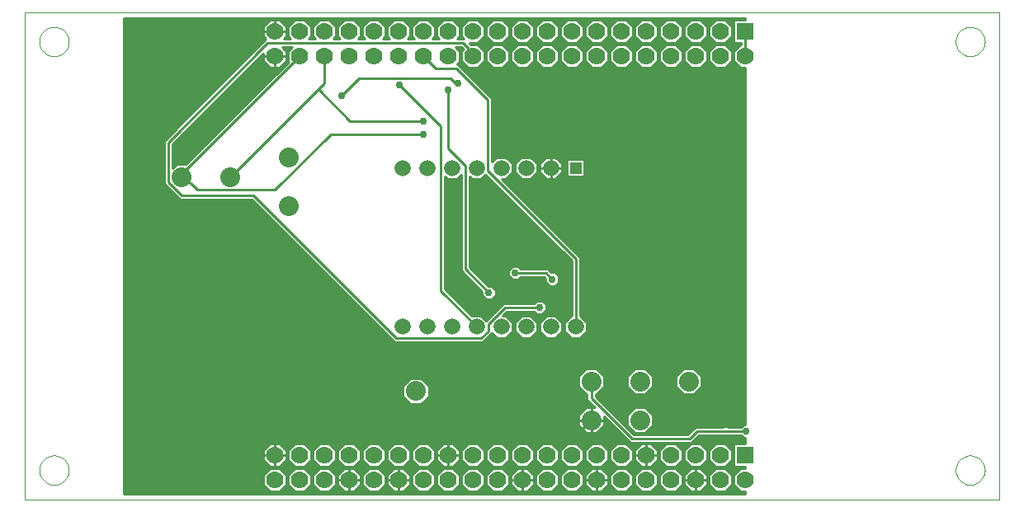
<source format=gbr>
G04 PROTEUS GERBER X2 FILE*
%TF.GenerationSoftware,Labcenter,Proteus,8.16-SP3-Build36097*%
%TF.CreationDate,2025-11-07T09:33:48+00:00*%
%TF.FileFunction,Copper,L2,Bot*%
%TF.FilePolarity,Positive*%
%TF.Part,Single*%
%TF.SameCoordinates,{ab98911b-3f69-4870-a6fc-6ca9eaabf26d}*%
%FSLAX45Y45*%
%MOMM*%
G01*
%TA.AperFunction,Conductor*%
%ADD10C,0.254000*%
%TA.AperFunction,ViaPad*%
%ADD12C,0.762000*%
%TA.AperFunction,WasherPad*%
%ADD14R,1.173790X1.173790*%
%TA.AperFunction,ComponentPad*%
%ADD15C,1.660000*%
%TA.AperFunction,ComponentPad*%
%ADD17C,2.032000*%
%TA.AperFunction,ComponentPad*%
%ADD20R,1.778000X1.778000*%
%ADD21C,1.778000*%
%TA.AperFunction,Profile*%
%ADD22C,0.101600*%
%TD.AperFunction*%
%TA.AperFunction,Conductor*%
G36*
X+7400000Y+4932499D02*
X+7280621Y+4932499D01*
X+7280621Y+4693741D01*
X+7356821Y+4693741D01*
X+7356821Y+4678499D01*
X+7350552Y+4678499D01*
X+7280621Y+4608568D01*
X+7280621Y+4509672D01*
X+7350552Y+4439741D01*
X+7400000Y+4439741D01*
X+7400000Y+778579D01*
X+7381594Y+778579D01*
X+7356194Y+753179D01*
X+7218080Y+753179D01*
X+7231750Y+766849D01*
X+7231750Y+793151D01*
X+7213151Y+811750D01*
X+7186849Y+811750D01*
X+7168250Y+793151D01*
X+7168250Y+766849D01*
X+7181920Y+753179D01*
X+6889101Y+753179D01*
X+6810521Y+674599D01*
X+6256465Y+674599D01*
X+5863179Y+1067885D01*
X+5863179Y+1087921D01*
X+5874709Y+1087921D01*
X+5952079Y+1165291D01*
X+5952079Y+1274709D01*
X+5874709Y+1352079D01*
X+5765291Y+1352079D01*
X+5687921Y+1274709D01*
X+5687921Y+1165291D01*
X+5765291Y+1087921D01*
X+5776821Y+1087921D01*
X+5776821Y+1032115D01*
X+5856857Y+952079D01*
X+5765291Y+952079D01*
X+5687921Y+874709D01*
X+5687921Y+765291D01*
X+5765291Y+687921D01*
X+5874709Y+687921D01*
X+5952079Y+765291D01*
X+5952079Y+856857D01*
X+6220695Y+588241D01*
X+6846291Y+588241D01*
X+6924871Y+666821D01*
X+7356194Y+666821D01*
X+7381594Y+641421D01*
X+7400000Y+641421D01*
X+7400000Y+579379D01*
X+7280621Y+579379D01*
X+7280621Y+340621D01*
X+7400000Y+340621D01*
X+7400000Y+325379D01*
X+7350552Y+325379D01*
X+7280621Y+255448D01*
X+7280621Y+156552D01*
X+7350552Y+86621D01*
X+7400000Y+86621D01*
X+7400000Y+64880D01*
X+1020000Y+64880D01*
X+1020000Y+4953120D01*
X+7400000Y+4953120D01*
X+7400000Y+4932499D01*
G37*
%TD.AperFunction*%
%LPC*%
G36*
X+5749168Y+3320832D02*
X+5570832Y+3320832D01*
X+5570832Y+3499168D01*
X+5749168Y+3499168D01*
X+5749168Y+3320832D01*
G37*
G36*
X+5358995Y+3523479D02*
X+5453005Y+3523479D01*
X+5519479Y+3457005D01*
X+5519479Y+3362995D01*
X+5453005Y+3296521D01*
X+5358995Y+3296521D01*
X+5292521Y+3362995D01*
X+5292521Y+3457005D01*
X+5358995Y+3523479D01*
G37*
G36*
X+5104995Y+3523479D02*
X+5199005Y+3523479D01*
X+5265479Y+3457005D01*
X+5265479Y+3362995D01*
X+5199005Y+3296521D01*
X+5104995Y+3296521D01*
X+5038521Y+3362995D01*
X+5038521Y+3457005D01*
X+5104995Y+3523479D01*
G37*
G36*
X+4725379Y+4862568D02*
X+4725379Y+4763672D01*
X+4655448Y+4693741D01*
X+4568247Y+4693741D01*
X+4583489Y+4678499D01*
X+4655448Y+4678499D01*
X+4725379Y+4608568D01*
X+4725379Y+4509672D01*
X+4655448Y+4439741D01*
X+4556552Y+4439741D01*
X+4486621Y+4509672D01*
X+4486621Y+4608568D01*
X+4508956Y+4630903D01*
X+4489381Y+4650478D01*
X+4429469Y+4650478D01*
X+4471379Y+4608568D01*
X+4471379Y+4509672D01*
X+4440189Y+4478482D01*
X+4452583Y+4478482D01*
X+4801651Y+4129414D01*
X+4801651Y+3474135D01*
X+4850995Y+3523479D01*
X+4945005Y+3523479D01*
X+5011479Y+3457005D01*
X+5011479Y+3362995D01*
X+4945005Y+3296521D01*
X+4902687Y+3296521D01*
X+5703179Y+2496029D01*
X+5703179Y+1894479D01*
X+5707005Y+1894479D01*
X+5773479Y+1828005D01*
X+5773479Y+1733995D01*
X+5707005Y+1667521D01*
X+5612995Y+1667521D01*
X+5546521Y+1733995D01*
X+5546521Y+1828005D01*
X+5612995Y+1894479D01*
X+5616821Y+1894479D01*
X+5616821Y+2460259D01*
X+4735782Y+3341298D01*
X+4691005Y+3296521D01*
X+4596995Y+3296521D01*
X+4570175Y+3323341D01*
X+4570175Y+2390889D01*
X+4762485Y+2198579D01*
X+4798406Y+2198579D01*
X+4838579Y+2158406D01*
X+4838579Y+2101594D01*
X+4798406Y+2061421D01*
X+4741594Y+2061421D01*
X+4701421Y+2101594D01*
X+4701421Y+2137515D01*
X+4483817Y+2355119D01*
X+4483817Y+3343333D01*
X+4437005Y+3296521D01*
X+4342995Y+3296521D01*
X+4316557Y+3322959D01*
X+4316557Y+2169507D01*
X+4594290Y+1891774D01*
X+4596995Y+1894479D01*
X+4691005Y+1894479D01*
X+4740431Y+1845053D01*
X+4919505Y+2024127D01*
X+5233002Y+2024127D01*
X+5258403Y+2049528D01*
X+5315215Y+2049528D01*
X+5355388Y+2009355D01*
X+5355388Y+1952543D01*
X+5315215Y+1912370D01*
X+5258403Y+1912370D01*
X+5233003Y+1937770D01*
X+4955276Y+1937770D01*
X+4911985Y+1894479D01*
X+4945005Y+1894479D01*
X+5011479Y+1828005D01*
X+5011479Y+1733995D01*
X+4945005Y+1667521D01*
X+4850995Y+1667521D01*
X+4803724Y+1714791D01*
X+4709336Y+1620403D01*
X+3800905Y+1620403D01*
X+2333695Y+3087613D01*
X+1595538Y+3087613D01*
X+1436821Y+3246330D01*
X+1436821Y+3691112D01*
X+2482001Y+4736292D01*
X+2454621Y+4763672D01*
X+2454621Y+4862568D01*
X+2524552Y+4932499D01*
X+2623448Y+4932499D01*
X+2693379Y+4862568D01*
X+2693379Y+4763672D01*
X+2666543Y+4736836D01*
X+2735457Y+4736836D01*
X+2708621Y+4763672D01*
X+2708621Y+4862568D01*
X+2778552Y+4932499D01*
X+2877448Y+4932499D01*
X+2947379Y+4862568D01*
X+2947379Y+4763672D01*
X+2920543Y+4736836D01*
X+2989457Y+4736836D01*
X+2962621Y+4763672D01*
X+2962621Y+4862568D01*
X+3032552Y+4932499D01*
X+3131448Y+4932499D01*
X+3201379Y+4862568D01*
X+3201379Y+4763672D01*
X+3174543Y+4736836D01*
X+3243457Y+4736836D01*
X+3216621Y+4763672D01*
X+3216621Y+4862568D01*
X+3286552Y+4932499D01*
X+3385448Y+4932499D01*
X+3455379Y+4862568D01*
X+3455379Y+4763672D01*
X+3428543Y+4736836D01*
X+3497457Y+4736836D01*
X+3470621Y+4763672D01*
X+3470621Y+4862568D01*
X+3540552Y+4932499D01*
X+3639448Y+4932499D01*
X+3709379Y+4862568D01*
X+3709379Y+4763672D01*
X+3682543Y+4736836D01*
X+3751457Y+4736836D01*
X+3724621Y+4763672D01*
X+3724621Y+4862568D01*
X+3794552Y+4932499D01*
X+3893448Y+4932499D01*
X+3963379Y+4862568D01*
X+3963379Y+4763672D01*
X+3936543Y+4736836D01*
X+4005457Y+4736836D01*
X+3978621Y+4763672D01*
X+3978621Y+4862568D01*
X+4048552Y+4932499D01*
X+4147448Y+4932499D01*
X+4217379Y+4862568D01*
X+4217379Y+4763672D01*
X+4190543Y+4736836D01*
X+4259457Y+4736836D01*
X+4232621Y+4763672D01*
X+4232621Y+4862568D01*
X+4302552Y+4932499D01*
X+4401448Y+4932499D01*
X+4471379Y+4862568D01*
X+4471379Y+4763672D01*
X+4444543Y+4736836D01*
X+4513457Y+4736836D01*
X+4486621Y+4763672D01*
X+4486621Y+4862568D01*
X+4556552Y+4932499D01*
X+4655448Y+4932499D01*
X+4725379Y+4862568D01*
G37*
G36*
X+5104995Y+1894479D02*
X+5199005Y+1894479D01*
X+5265479Y+1828005D01*
X+5265479Y+1733995D01*
X+5199005Y+1667521D01*
X+5104995Y+1667521D01*
X+5038521Y+1733995D01*
X+5038521Y+1828005D01*
X+5104995Y+1894479D01*
G37*
G36*
X+5358995Y+1894479D02*
X+5453005Y+1894479D01*
X+5519479Y+1828005D01*
X+5519479Y+1733995D01*
X+5453005Y+1667521D01*
X+5358995Y+1667521D01*
X+5292521Y+1733995D01*
X+5292521Y+1828005D01*
X+5358995Y+1894479D01*
G37*
G36*
X+3887921Y+1065291D02*
X+3887921Y+1174709D01*
X+3965291Y+1252079D01*
X+4074709Y+1252079D01*
X+4152079Y+1174709D01*
X+4152079Y+1065291D01*
X+4074709Y+987921D01*
X+3965291Y+987921D01*
X+3887921Y+1065291D01*
G37*
G36*
X+6187921Y+1165291D02*
X+6187921Y+1274709D01*
X+6265291Y+1352079D01*
X+6374709Y+1352079D01*
X+6452079Y+1274709D01*
X+6452079Y+1165291D01*
X+6374709Y+1087921D01*
X+6265291Y+1087921D01*
X+6187921Y+1165291D01*
G37*
G36*
X+6187921Y+765291D02*
X+6187921Y+874709D01*
X+6265291Y+952079D01*
X+6374709Y+952079D01*
X+6452079Y+874709D01*
X+6452079Y+765291D01*
X+6374709Y+687921D01*
X+6265291Y+687921D01*
X+6187921Y+765291D01*
G37*
G36*
X+6687921Y+1165291D02*
X+6687921Y+1274709D01*
X+6765291Y+1352079D01*
X+6874709Y+1352079D01*
X+6952079Y+1274709D01*
X+6952079Y+1165291D01*
X+6874709Y+1087921D01*
X+6765291Y+1087921D01*
X+6687921Y+1165291D01*
G37*
G36*
X+7265379Y+4862568D02*
X+7265379Y+4763672D01*
X+7195448Y+4693741D01*
X+7096552Y+4693741D01*
X+7026621Y+4763672D01*
X+7026621Y+4862568D01*
X+7096552Y+4932499D01*
X+7195448Y+4932499D01*
X+7265379Y+4862568D01*
G37*
G36*
X+7011379Y+4862568D02*
X+7011379Y+4763672D01*
X+6941448Y+4693741D01*
X+6842552Y+4693741D01*
X+6772621Y+4763672D01*
X+6772621Y+4862568D01*
X+6842552Y+4932499D01*
X+6941448Y+4932499D01*
X+7011379Y+4862568D01*
G37*
G36*
X+6757379Y+4862568D02*
X+6757379Y+4763672D01*
X+6687448Y+4693741D01*
X+6588552Y+4693741D01*
X+6518621Y+4763672D01*
X+6518621Y+4862568D01*
X+6588552Y+4932499D01*
X+6687448Y+4932499D01*
X+6757379Y+4862568D01*
G37*
G36*
X+6503379Y+4862568D02*
X+6503379Y+4763672D01*
X+6433448Y+4693741D01*
X+6334552Y+4693741D01*
X+6264621Y+4763672D01*
X+6264621Y+4862568D01*
X+6334552Y+4932499D01*
X+6433448Y+4932499D01*
X+6503379Y+4862568D01*
G37*
G36*
X+6249379Y+4862568D02*
X+6249379Y+4763672D01*
X+6179448Y+4693741D01*
X+6080552Y+4693741D01*
X+6010621Y+4763672D01*
X+6010621Y+4862568D01*
X+6080552Y+4932499D01*
X+6179448Y+4932499D01*
X+6249379Y+4862568D01*
G37*
G36*
X+5995379Y+4862568D02*
X+5995379Y+4763672D01*
X+5925448Y+4693741D01*
X+5826552Y+4693741D01*
X+5756621Y+4763672D01*
X+5756621Y+4862568D01*
X+5826552Y+4932499D01*
X+5925448Y+4932499D01*
X+5995379Y+4862568D01*
G37*
G36*
X+5741379Y+4862568D02*
X+5741379Y+4763672D01*
X+5671448Y+4693741D01*
X+5572552Y+4693741D01*
X+5502621Y+4763672D01*
X+5502621Y+4862568D01*
X+5572552Y+4932499D01*
X+5671448Y+4932499D01*
X+5741379Y+4862568D01*
G37*
G36*
X+5487379Y+4862568D02*
X+5487379Y+4763672D01*
X+5417448Y+4693741D01*
X+5318552Y+4693741D01*
X+5248621Y+4763672D01*
X+5248621Y+4862568D01*
X+5318552Y+4932499D01*
X+5417448Y+4932499D01*
X+5487379Y+4862568D01*
G37*
G36*
X+5233379Y+4862568D02*
X+5233379Y+4763672D01*
X+5163448Y+4693741D01*
X+5064552Y+4693741D01*
X+4994621Y+4763672D01*
X+4994621Y+4862568D01*
X+5064552Y+4932499D01*
X+5163448Y+4932499D01*
X+5233379Y+4862568D01*
G37*
G36*
X+4979379Y+4862568D02*
X+4979379Y+4763672D01*
X+4909448Y+4693741D01*
X+4810552Y+4693741D01*
X+4740621Y+4763672D01*
X+4740621Y+4862568D01*
X+4810552Y+4932499D01*
X+4909448Y+4932499D01*
X+4979379Y+4862568D01*
G37*
G36*
X+4979379Y+4608568D02*
X+4979379Y+4509672D01*
X+4909448Y+4439741D01*
X+4810552Y+4439741D01*
X+4740621Y+4509672D01*
X+4740621Y+4608568D01*
X+4810552Y+4678499D01*
X+4909448Y+4678499D01*
X+4979379Y+4608568D01*
G37*
G36*
X+5233379Y+4608568D02*
X+5233379Y+4509672D01*
X+5163448Y+4439741D01*
X+5064552Y+4439741D01*
X+4994621Y+4509672D01*
X+4994621Y+4608568D01*
X+5064552Y+4678499D01*
X+5163448Y+4678499D01*
X+5233379Y+4608568D01*
G37*
G36*
X+5487379Y+4608568D02*
X+5487379Y+4509672D01*
X+5417448Y+4439741D01*
X+5318552Y+4439741D01*
X+5248621Y+4509672D01*
X+5248621Y+4608568D01*
X+5318552Y+4678499D01*
X+5417448Y+4678499D01*
X+5487379Y+4608568D01*
G37*
G36*
X+5741379Y+4608568D02*
X+5741379Y+4509672D01*
X+5671448Y+4439741D01*
X+5572552Y+4439741D01*
X+5502621Y+4509672D01*
X+5502621Y+4608568D01*
X+5572552Y+4678499D01*
X+5671448Y+4678499D01*
X+5741379Y+4608568D01*
G37*
G36*
X+5995379Y+4608568D02*
X+5995379Y+4509672D01*
X+5925448Y+4439741D01*
X+5826552Y+4439741D01*
X+5756621Y+4509672D01*
X+5756621Y+4608568D01*
X+5826552Y+4678499D01*
X+5925448Y+4678499D01*
X+5995379Y+4608568D01*
G37*
G36*
X+6249379Y+4608568D02*
X+6249379Y+4509672D01*
X+6179448Y+4439741D01*
X+6080552Y+4439741D01*
X+6010621Y+4509672D01*
X+6010621Y+4608568D01*
X+6080552Y+4678499D01*
X+6179448Y+4678499D01*
X+6249379Y+4608568D01*
G37*
G36*
X+6503379Y+4608568D02*
X+6503379Y+4509672D01*
X+6433448Y+4439741D01*
X+6334552Y+4439741D01*
X+6264621Y+4509672D01*
X+6264621Y+4608568D01*
X+6334552Y+4678499D01*
X+6433448Y+4678499D01*
X+6503379Y+4608568D01*
G37*
G36*
X+6757379Y+4608568D02*
X+6757379Y+4509672D01*
X+6687448Y+4439741D01*
X+6588552Y+4439741D01*
X+6518621Y+4509672D01*
X+6518621Y+4608568D01*
X+6588552Y+4678499D01*
X+6687448Y+4678499D01*
X+6757379Y+4608568D01*
G37*
G36*
X+7011379Y+4608568D02*
X+7011379Y+4509672D01*
X+6941448Y+4439741D01*
X+6842552Y+4439741D01*
X+6772621Y+4509672D01*
X+6772621Y+4608568D01*
X+6842552Y+4678499D01*
X+6941448Y+4678499D01*
X+7011379Y+4608568D01*
G37*
G36*
X+7265379Y+4608568D02*
X+7265379Y+4509672D01*
X+7195448Y+4439741D01*
X+7096552Y+4439741D01*
X+7026621Y+4509672D01*
X+7026621Y+4608568D01*
X+7096552Y+4678499D01*
X+7195448Y+4678499D01*
X+7265379Y+4608568D01*
G37*
G36*
X+7265379Y+509448D02*
X+7265379Y+410552D01*
X+7195448Y+340621D01*
X+7096552Y+340621D01*
X+7026621Y+410552D01*
X+7026621Y+509448D01*
X+7096552Y+579379D01*
X+7195448Y+579379D01*
X+7265379Y+509448D01*
G37*
G36*
X+7011379Y+509448D02*
X+7011379Y+410552D01*
X+6941448Y+340621D01*
X+6842552Y+340621D01*
X+6772621Y+410552D01*
X+6772621Y+509448D01*
X+6842552Y+579379D01*
X+6941448Y+579379D01*
X+7011379Y+509448D01*
G37*
G36*
X+6757379Y+509448D02*
X+6757379Y+410552D01*
X+6687448Y+340621D01*
X+6588552Y+340621D01*
X+6518621Y+410552D01*
X+6518621Y+509448D01*
X+6588552Y+579379D01*
X+6687448Y+579379D01*
X+6757379Y+509448D01*
G37*
G36*
X+6503379Y+509448D02*
X+6503379Y+410552D01*
X+6433448Y+340621D01*
X+6334552Y+340621D01*
X+6264621Y+410552D01*
X+6264621Y+509448D01*
X+6334552Y+579379D01*
X+6433448Y+579379D01*
X+6503379Y+509448D01*
G37*
G36*
X+6249379Y+509448D02*
X+6249379Y+410552D01*
X+6179448Y+340621D01*
X+6080552Y+340621D01*
X+6010621Y+410552D01*
X+6010621Y+509448D01*
X+6080552Y+579379D01*
X+6179448Y+579379D01*
X+6249379Y+509448D01*
G37*
G36*
X+5995379Y+509448D02*
X+5995379Y+410552D01*
X+5925448Y+340621D01*
X+5826552Y+340621D01*
X+5756621Y+410552D01*
X+5756621Y+509448D01*
X+5826552Y+579379D01*
X+5925448Y+579379D01*
X+5995379Y+509448D01*
G37*
G36*
X+5741379Y+509448D02*
X+5741379Y+410552D01*
X+5671448Y+340621D01*
X+5572552Y+340621D01*
X+5502621Y+410552D01*
X+5502621Y+509448D01*
X+5572552Y+579379D01*
X+5671448Y+579379D01*
X+5741379Y+509448D01*
G37*
G36*
X+5487379Y+509448D02*
X+5487379Y+410552D01*
X+5417448Y+340621D01*
X+5318552Y+340621D01*
X+5248621Y+410552D01*
X+5248621Y+509448D01*
X+5318552Y+579379D01*
X+5417448Y+579379D01*
X+5487379Y+509448D01*
G37*
G36*
X+5233379Y+509448D02*
X+5233379Y+410552D01*
X+5163448Y+340621D01*
X+5064552Y+340621D01*
X+4994621Y+410552D01*
X+4994621Y+509448D01*
X+5064552Y+579379D01*
X+5163448Y+579379D01*
X+5233379Y+509448D01*
G37*
G36*
X+4979379Y+509448D02*
X+4979379Y+410552D01*
X+4909448Y+340621D01*
X+4810552Y+340621D01*
X+4740621Y+410552D01*
X+4740621Y+509448D01*
X+4810552Y+579379D01*
X+4909448Y+579379D01*
X+4979379Y+509448D01*
G37*
G36*
X+4725379Y+509448D02*
X+4725379Y+410552D01*
X+4655448Y+340621D01*
X+4556552Y+340621D01*
X+4486621Y+410552D01*
X+4486621Y+509448D01*
X+4556552Y+579379D01*
X+4655448Y+579379D01*
X+4725379Y+509448D01*
G37*
G36*
X+4471379Y+509448D02*
X+4471379Y+410552D01*
X+4401448Y+340621D01*
X+4302552Y+340621D01*
X+4232621Y+410552D01*
X+4232621Y+509448D01*
X+4302552Y+579379D01*
X+4401448Y+579379D01*
X+4471379Y+509448D01*
G37*
G36*
X+4217379Y+509448D02*
X+4217379Y+410552D01*
X+4147448Y+340621D01*
X+4048552Y+340621D01*
X+3978621Y+410552D01*
X+3978621Y+509448D01*
X+4048552Y+579379D01*
X+4147448Y+579379D01*
X+4217379Y+509448D01*
G37*
G36*
X+3963379Y+509448D02*
X+3963379Y+410552D01*
X+3893448Y+340621D01*
X+3794552Y+340621D01*
X+3724621Y+410552D01*
X+3724621Y+509448D01*
X+3794552Y+579379D01*
X+3893448Y+579379D01*
X+3963379Y+509448D01*
G37*
G36*
X+3709379Y+509448D02*
X+3709379Y+410552D01*
X+3639448Y+340621D01*
X+3540552Y+340621D01*
X+3470621Y+410552D01*
X+3470621Y+509448D01*
X+3540552Y+579379D01*
X+3639448Y+579379D01*
X+3709379Y+509448D01*
G37*
G36*
X+3455379Y+509448D02*
X+3455379Y+410552D01*
X+3385448Y+340621D01*
X+3286552Y+340621D01*
X+3216621Y+410552D01*
X+3216621Y+509448D01*
X+3286552Y+579379D01*
X+3385448Y+579379D01*
X+3455379Y+509448D01*
G37*
G36*
X+3201379Y+509448D02*
X+3201379Y+410552D01*
X+3131448Y+340621D01*
X+3032552Y+340621D01*
X+2962621Y+410552D01*
X+2962621Y+509448D01*
X+3032552Y+579379D01*
X+3131448Y+579379D01*
X+3201379Y+509448D01*
G37*
G36*
X+2947379Y+509448D02*
X+2947379Y+410552D01*
X+2877448Y+340621D01*
X+2778552Y+340621D01*
X+2708621Y+410552D01*
X+2708621Y+509448D01*
X+2778552Y+579379D01*
X+2877448Y+579379D01*
X+2947379Y+509448D01*
G37*
G36*
X+2693379Y+509448D02*
X+2693379Y+410552D01*
X+2623448Y+340621D01*
X+2524552Y+340621D01*
X+2454621Y+410552D01*
X+2454621Y+509448D01*
X+2524552Y+579379D01*
X+2623448Y+579379D01*
X+2693379Y+509448D01*
G37*
G36*
X+2693379Y+255448D02*
X+2693379Y+156552D01*
X+2623448Y+86621D01*
X+2524552Y+86621D01*
X+2454621Y+156552D01*
X+2454621Y+255448D01*
X+2524552Y+325379D01*
X+2623448Y+325379D01*
X+2693379Y+255448D01*
G37*
G36*
X+2947379Y+255448D02*
X+2947379Y+156552D01*
X+2877448Y+86621D01*
X+2778552Y+86621D01*
X+2708621Y+156552D01*
X+2708621Y+255448D01*
X+2778552Y+325379D01*
X+2877448Y+325379D01*
X+2947379Y+255448D01*
G37*
G36*
X+3201379Y+255448D02*
X+3201379Y+156552D01*
X+3131448Y+86621D01*
X+3032552Y+86621D01*
X+2962621Y+156552D01*
X+2962621Y+255448D01*
X+3032552Y+325379D01*
X+3131448Y+325379D01*
X+3201379Y+255448D01*
G37*
G36*
X+3455379Y+255448D02*
X+3455379Y+156552D01*
X+3385448Y+86621D01*
X+3286552Y+86621D01*
X+3216621Y+156552D01*
X+3216621Y+255448D01*
X+3286552Y+325379D01*
X+3385448Y+325379D01*
X+3455379Y+255448D01*
G37*
G36*
X+3709379Y+255448D02*
X+3709379Y+156552D01*
X+3639448Y+86621D01*
X+3540552Y+86621D01*
X+3470621Y+156552D01*
X+3470621Y+255448D01*
X+3540552Y+325379D01*
X+3639448Y+325379D01*
X+3709379Y+255448D01*
G37*
G36*
X+3963379Y+255448D02*
X+3963379Y+156552D01*
X+3893448Y+86621D01*
X+3794552Y+86621D01*
X+3724621Y+156552D01*
X+3724621Y+255448D01*
X+3794552Y+325379D01*
X+3893448Y+325379D01*
X+3963379Y+255448D01*
G37*
G36*
X+4217379Y+255448D02*
X+4217379Y+156552D01*
X+4147448Y+86621D01*
X+4048552Y+86621D01*
X+3978621Y+156552D01*
X+3978621Y+255448D01*
X+4048552Y+325379D01*
X+4147448Y+325379D01*
X+4217379Y+255448D01*
G37*
G36*
X+4471379Y+255448D02*
X+4471379Y+156552D01*
X+4401448Y+86621D01*
X+4302552Y+86621D01*
X+4232621Y+156552D01*
X+4232621Y+255448D01*
X+4302552Y+325379D01*
X+4401448Y+325379D01*
X+4471379Y+255448D01*
G37*
G36*
X+4725379Y+255448D02*
X+4725379Y+156552D01*
X+4655448Y+86621D01*
X+4556552Y+86621D01*
X+4486621Y+156552D01*
X+4486621Y+255448D01*
X+4556552Y+325379D01*
X+4655448Y+325379D01*
X+4725379Y+255448D01*
G37*
G36*
X+4979379Y+255448D02*
X+4979379Y+156552D01*
X+4909448Y+86621D01*
X+4810552Y+86621D01*
X+4740621Y+156552D01*
X+4740621Y+255448D01*
X+4810552Y+325379D01*
X+4909448Y+325379D01*
X+4979379Y+255448D01*
G37*
G36*
X+5233379Y+255448D02*
X+5233379Y+156552D01*
X+5163448Y+86621D01*
X+5064552Y+86621D01*
X+4994621Y+156552D01*
X+4994621Y+255448D01*
X+5064552Y+325379D01*
X+5163448Y+325379D01*
X+5233379Y+255448D01*
G37*
G36*
X+5487379Y+255448D02*
X+5487379Y+156552D01*
X+5417448Y+86621D01*
X+5318552Y+86621D01*
X+5248621Y+156552D01*
X+5248621Y+255448D01*
X+5318552Y+325379D01*
X+5417448Y+325379D01*
X+5487379Y+255448D01*
G37*
G36*
X+5741379Y+255448D02*
X+5741379Y+156552D01*
X+5671448Y+86621D01*
X+5572552Y+86621D01*
X+5502621Y+156552D01*
X+5502621Y+255448D01*
X+5572552Y+325379D01*
X+5671448Y+325379D01*
X+5741379Y+255448D01*
G37*
G36*
X+5995379Y+255448D02*
X+5995379Y+156552D01*
X+5925448Y+86621D01*
X+5826552Y+86621D01*
X+5756621Y+156552D01*
X+5756621Y+255448D01*
X+5826552Y+325379D01*
X+5925448Y+325379D01*
X+5995379Y+255448D01*
G37*
G36*
X+6249379Y+255448D02*
X+6249379Y+156552D01*
X+6179448Y+86621D01*
X+6080552Y+86621D01*
X+6010621Y+156552D01*
X+6010621Y+255448D01*
X+6080552Y+325379D01*
X+6179448Y+325379D01*
X+6249379Y+255448D01*
G37*
G36*
X+6503379Y+255448D02*
X+6503379Y+156552D01*
X+6433448Y+86621D01*
X+6334552Y+86621D01*
X+6264621Y+156552D01*
X+6264621Y+255448D01*
X+6334552Y+325379D01*
X+6433448Y+325379D01*
X+6503379Y+255448D01*
G37*
G36*
X+6757379Y+255448D02*
X+6757379Y+156552D01*
X+6687448Y+86621D01*
X+6588552Y+86621D01*
X+6518621Y+156552D01*
X+6518621Y+255448D01*
X+6588552Y+325379D01*
X+6687448Y+325379D01*
X+6757379Y+255448D01*
G37*
G36*
X+7011379Y+255448D02*
X+7011379Y+156552D01*
X+6941448Y+86621D01*
X+6842552Y+86621D01*
X+6772621Y+156552D01*
X+6772621Y+255448D01*
X+6842552Y+325379D01*
X+6941448Y+325379D01*
X+7011379Y+255448D01*
G37*
G36*
X+7265379Y+255448D02*
X+7265379Y+156552D01*
X+7195448Y+86621D01*
X+7096552Y+86621D01*
X+7026621Y+156552D01*
X+7026621Y+255448D01*
X+7096552Y+325379D01*
X+7195448Y+325379D01*
X+7265379Y+255448D01*
G37*
G36*
X+5093806Y+2378073D02*
X+5372991Y+2378073D01*
X+5412485Y+2338579D01*
X+5448406Y+2338579D01*
X+5488579Y+2298406D01*
X+5488579Y+2241594D01*
X+5448406Y+2201421D01*
X+5391594Y+2201421D01*
X+5351421Y+2241594D01*
X+5351421Y+2277515D01*
X+5337221Y+2291715D01*
X+5093806Y+2291715D01*
X+5068406Y+2266315D01*
X+5011594Y+2266315D01*
X+4971421Y+2306488D01*
X+4971421Y+2363300D01*
X+5011594Y+2403473D01*
X+5068406Y+2403473D01*
X+5093806Y+2378073D01*
G37*
G36*
X+1068250Y+4886849D02*
X+1068250Y+4913151D01*
X+1086849Y+4931750D01*
X+1113151Y+4931750D01*
X+1131750Y+4913151D01*
X+1131750Y+4886849D01*
X+1113151Y+4868250D01*
X+1086849Y+4868250D01*
X+1068250Y+4886849D01*
G37*
G36*
X+1068250Y+4786849D02*
X+1068250Y+4813151D01*
X+1086849Y+4831750D01*
X+1113151Y+4831750D01*
X+1131750Y+4813151D01*
X+1131750Y+4786849D01*
X+1113151Y+4768250D01*
X+1086849Y+4768250D01*
X+1068250Y+4786849D01*
G37*
G36*
X+1068250Y+4686849D02*
X+1068250Y+4713151D01*
X+1086849Y+4731750D01*
X+1113151Y+4731750D01*
X+1131750Y+4713151D01*
X+1131750Y+4686849D01*
X+1113151Y+4668250D01*
X+1086849Y+4668250D01*
X+1068250Y+4686849D01*
G37*
G36*
X+1068250Y+4586849D02*
X+1068250Y+4613151D01*
X+1086849Y+4631750D01*
X+1113151Y+4631750D01*
X+1131750Y+4613151D01*
X+1131750Y+4586849D01*
X+1113151Y+4568250D01*
X+1086849Y+4568250D01*
X+1068250Y+4586849D01*
G37*
G36*
X+1068250Y+4486849D02*
X+1068250Y+4513151D01*
X+1086849Y+4531750D01*
X+1113151Y+4531750D01*
X+1131750Y+4513151D01*
X+1131750Y+4486849D01*
X+1113151Y+4468250D01*
X+1086849Y+4468250D01*
X+1068250Y+4486849D01*
G37*
G36*
X+1068250Y+4386849D02*
X+1068250Y+4413151D01*
X+1086849Y+4431750D01*
X+1113151Y+4431750D01*
X+1131750Y+4413151D01*
X+1131750Y+4386849D01*
X+1113151Y+4368250D01*
X+1086849Y+4368250D01*
X+1068250Y+4386849D01*
G37*
G36*
X+1068250Y+4286849D02*
X+1068250Y+4313151D01*
X+1086849Y+4331750D01*
X+1113151Y+4331750D01*
X+1131750Y+4313151D01*
X+1131750Y+4286849D01*
X+1113151Y+4268250D01*
X+1086849Y+4268250D01*
X+1068250Y+4286849D01*
G37*
G36*
X+1068250Y+4186849D02*
X+1068250Y+4213151D01*
X+1086849Y+4231750D01*
X+1113151Y+4231750D01*
X+1131750Y+4213151D01*
X+1131750Y+4186849D01*
X+1113151Y+4168250D01*
X+1086849Y+4168250D01*
X+1068250Y+4186849D01*
G37*
G36*
X+1068250Y+4086849D02*
X+1068250Y+4113151D01*
X+1086849Y+4131750D01*
X+1113151Y+4131750D01*
X+1131750Y+4113151D01*
X+1131750Y+4086849D01*
X+1113151Y+4068250D01*
X+1086849Y+4068250D01*
X+1068250Y+4086849D01*
G37*
G36*
X+1068250Y+3986849D02*
X+1068250Y+4013151D01*
X+1086849Y+4031750D01*
X+1113151Y+4031750D01*
X+1131750Y+4013151D01*
X+1131750Y+3986849D01*
X+1113151Y+3968250D01*
X+1086849Y+3968250D01*
X+1068250Y+3986849D01*
G37*
G36*
X+1068250Y+3886849D02*
X+1068250Y+3913151D01*
X+1086849Y+3931750D01*
X+1113151Y+3931750D01*
X+1131750Y+3913151D01*
X+1131750Y+3886849D01*
X+1113151Y+3868250D01*
X+1086849Y+3868250D01*
X+1068250Y+3886849D01*
G37*
G36*
X+1068250Y+3786849D02*
X+1068250Y+3813151D01*
X+1086849Y+3831750D01*
X+1113151Y+3831750D01*
X+1131750Y+3813151D01*
X+1131750Y+3786849D01*
X+1113151Y+3768250D01*
X+1086849Y+3768250D01*
X+1068250Y+3786849D01*
G37*
G36*
X+1068250Y+3686849D02*
X+1068250Y+3713151D01*
X+1086849Y+3731750D01*
X+1113151Y+3731750D01*
X+1131750Y+3713151D01*
X+1131750Y+3686849D01*
X+1113151Y+3668250D01*
X+1086849Y+3668250D01*
X+1068250Y+3686849D01*
G37*
G36*
X+1068250Y+3586849D02*
X+1068250Y+3613151D01*
X+1086849Y+3631750D01*
X+1113151Y+3631750D01*
X+1131750Y+3613151D01*
X+1131750Y+3586849D01*
X+1113151Y+3568250D01*
X+1086849Y+3568250D01*
X+1068250Y+3586849D01*
G37*
G36*
X+1068250Y+3486849D02*
X+1068250Y+3513151D01*
X+1086849Y+3531750D01*
X+1113151Y+3531750D01*
X+1131750Y+3513151D01*
X+1131750Y+3486849D01*
X+1113151Y+3468250D01*
X+1086849Y+3468250D01*
X+1068250Y+3486849D01*
G37*
G36*
X+1068250Y+3386849D02*
X+1068250Y+3413151D01*
X+1086849Y+3431750D01*
X+1113151Y+3431750D01*
X+1131750Y+3413151D01*
X+1131750Y+3386849D01*
X+1113151Y+3368250D01*
X+1086849Y+3368250D01*
X+1068250Y+3386849D01*
G37*
G36*
X+1068250Y+3286849D02*
X+1068250Y+3313151D01*
X+1086849Y+3331750D01*
X+1113151Y+3331750D01*
X+1131750Y+3313151D01*
X+1131750Y+3286849D01*
X+1113151Y+3268250D01*
X+1086849Y+3268250D01*
X+1068250Y+3286849D01*
G37*
G36*
X+1068250Y+3186849D02*
X+1068250Y+3213151D01*
X+1086849Y+3231750D01*
X+1113151Y+3231750D01*
X+1131750Y+3213151D01*
X+1131750Y+3186849D01*
X+1113151Y+3168250D01*
X+1086849Y+3168250D01*
X+1068250Y+3186849D01*
G37*
G36*
X+1068250Y+3086849D02*
X+1068250Y+3113151D01*
X+1086849Y+3131750D01*
X+1113151Y+3131750D01*
X+1131750Y+3113151D01*
X+1131750Y+3086849D01*
X+1113151Y+3068250D01*
X+1086849Y+3068250D01*
X+1068250Y+3086849D01*
G37*
G36*
X+1068250Y+2986849D02*
X+1068250Y+3013151D01*
X+1086849Y+3031750D01*
X+1113151Y+3031750D01*
X+1131750Y+3013151D01*
X+1131750Y+2986849D01*
X+1113151Y+2968250D01*
X+1086849Y+2968250D01*
X+1068250Y+2986849D01*
G37*
G36*
X+1068250Y+2886849D02*
X+1068250Y+2913151D01*
X+1086849Y+2931750D01*
X+1113151Y+2931750D01*
X+1131750Y+2913151D01*
X+1131750Y+2886849D01*
X+1113151Y+2868250D01*
X+1086849Y+2868250D01*
X+1068250Y+2886849D01*
G37*
G36*
X+1068250Y+2786849D02*
X+1068250Y+2813151D01*
X+1086849Y+2831750D01*
X+1113151Y+2831750D01*
X+1131750Y+2813151D01*
X+1131750Y+2786849D01*
X+1113151Y+2768250D01*
X+1086849Y+2768250D01*
X+1068250Y+2786849D01*
G37*
G36*
X+1068250Y+2686849D02*
X+1068250Y+2713151D01*
X+1086849Y+2731750D01*
X+1113151Y+2731750D01*
X+1131750Y+2713151D01*
X+1131750Y+2686849D01*
X+1113151Y+2668250D01*
X+1086849Y+2668250D01*
X+1068250Y+2686849D01*
G37*
G36*
X+1068250Y+2586849D02*
X+1068250Y+2613151D01*
X+1086849Y+2631750D01*
X+1113151Y+2631750D01*
X+1131750Y+2613151D01*
X+1131750Y+2586849D01*
X+1113151Y+2568250D01*
X+1086849Y+2568250D01*
X+1068250Y+2586849D01*
G37*
G36*
X+1068250Y+2486849D02*
X+1068250Y+2513151D01*
X+1086849Y+2531750D01*
X+1113151Y+2531750D01*
X+1131750Y+2513151D01*
X+1131750Y+2486849D01*
X+1113151Y+2468250D01*
X+1086849Y+2468250D01*
X+1068250Y+2486849D01*
G37*
G36*
X+1068250Y+2386849D02*
X+1068250Y+2413151D01*
X+1086849Y+2431750D01*
X+1113151Y+2431750D01*
X+1131750Y+2413151D01*
X+1131750Y+2386849D01*
X+1113151Y+2368250D01*
X+1086849Y+2368250D01*
X+1068250Y+2386849D01*
G37*
G36*
X+1068250Y+2286849D02*
X+1068250Y+2313151D01*
X+1086849Y+2331750D01*
X+1113151Y+2331750D01*
X+1131750Y+2313151D01*
X+1131750Y+2286849D01*
X+1113151Y+2268250D01*
X+1086849Y+2268250D01*
X+1068250Y+2286849D01*
G37*
G36*
X+1068250Y+2186849D02*
X+1068250Y+2213151D01*
X+1086849Y+2231750D01*
X+1113151Y+2231750D01*
X+1131750Y+2213151D01*
X+1131750Y+2186849D01*
X+1113151Y+2168250D01*
X+1086849Y+2168250D01*
X+1068250Y+2186849D01*
G37*
G36*
X+1068250Y+2086849D02*
X+1068250Y+2113151D01*
X+1086849Y+2131750D01*
X+1113151Y+2131750D01*
X+1131750Y+2113151D01*
X+1131750Y+2086849D01*
X+1113151Y+2068250D01*
X+1086849Y+2068250D01*
X+1068250Y+2086849D01*
G37*
G36*
X+1068250Y+1986849D02*
X+1068250Y+2013151D01*
X+1086849Y+2031750D01*
X+1113151Y+2031750D01*
X+1131750Y+2013151D01*
X+1131750Y+1986849D01*
X+1113151Y+1968250D01*
X+1086849Y+1968250D01*
X+1068250Y+1986849D01*
G37*
G36*
X+1068250Y+1886849D02*
X+1068250Y+1913151D01*
X+1086849Y+1931750D01*
X+1113151Y+1931750D01*
X+1131750Y+1913151D01*
X+1131750Y+1886849D01*
X+1113151Y+1868250D01*
X+1086849Y+1868250D01*
X+1068250Y+1886849D01*
G37*
G36*
X+1068250Y+1786849D02*
X+1068250Y+1813151D01*
X+1086849Y+1831750D01*
X+1113151Y+1831750D01*
X+1131750Y+1813151D01*
X+1131750Y+1786849D01*
X+1113151Y+1768250D01*
X+1086849Y+1768250D01*
X+1068250Y+1786849D01*
G37*
G36*
X+1068250Y+1686849D02*
X+1068250Y+1713151D01*
X+1086849Y+1731750D01*
X+1113151Y+1731750D01*
X+1131750Y+1713151D01*
X+1131750Y+1686849D01*
X+1113151Y+1668250D01*
X+1086849Y+1668250D01*
X+1068250Y+1686849D01*
G37*
G36*
X+1068250Y+1586849D02*
X+1068250Y+1613151D01*
X+1086849Y+1631750D01*
X+1113151Y+1631750D01*
X+1131750Y+1613151D01*
X+1131750Y+1586849D01*
X+1113151Y+1568250D01*
X+1086849Y+1568250D01*
X+1068250Y+1586849D01*
G37*
G36*
X+1068250Y+1486849D02*
X+1068250Y+1513151D01*
X+1086849Y+1531750D01*
X+1113151Y+1531750D01*
X+1131750Y+1513151D01*
X+1131750Y+1486849D01*
X+1113151Y+1468250D01*
X+1086849Y+1468250D01*
X+1068250Y+1486849D01*
G37*
G36*
X+1068250Y+1386849D02*
X+1068250Y+1413151D01*
X+1086849Y+1431750D01*
X+1113151Y+1431750D01*
X+1131750Y+1413151D01*
X+1131750Y+1386849D01*
X+1113151Y+1368250D01*
X+1086849Y+1368250D01*
X+1068250Y+1386849D01*
G37*
G36*
X+1068250Y+1286849D02*
X+1068250Y+1313151D01*
X+1086849Y+1331750D01*
X+1113151Y+1331750D01*
X+1131750Y+1313151D01*
X+1131750Y+1286849D01*
X+1113151Y+1268250D01*
X+1086849Y+1268250D01*
X+1068250Y+1286849D01*
G37*
G36*
X+1068250Y+1186849D02*
X+1068250Y+1213151D01*
X+1086849Y+1231750D01*
X+1113151Y+1231750D01*
X+1131750Y+1213151D01*
X+1131750Y+1186849D01*
X+1113151Y+1168250D01*
X+1086849Y+1168250D01*
X+1068250Y+1186849D01*
G37*
G36*
X+1068250Y+1086849D02*
X+1068250Y+1113151D01*
X+1086849Y+1131750D01*
X+1113151Y+1131750D01*
X+1131750Y+1113151D01*
X+1131750Y+1086849D01*
X+1113151Y+1068250D01*
X+1086849Y+1068250D01*
X+1068250Y+1086849D01*
G37*
G36*
X+1068250Y+986849D02*
X+1068250Y+1013151D01*
X+1086849Y+1031750D01*
X+1113151Y+1031750D01*
X+1131750Y+1013151D01*
X+1131750Y+986849D01*
X+1113151Y+968250D01*
X+1086849Y+968250D01*
X+1068250Y+986849D01*
G37*
G36*
X+1068250Y+886849D02*
X+1068250Y+913151D01*
X+1086849Y+931750D01*
X+1113151Y+931750D01*
X+1131750Y+913151D01*
X+1131750Y+886849D01*
X+1113151Y+868250D01*
X+1086849Y+868250D01*
X+1068250Y+886849D01*
G37*
G36*
X+1068250Y+786849D02*
X+1068250Y+813151D01*
X+1086849Y+831750D01*
X+1113151Y+831750D01*
X+1131750Y+813151D01*
X+1131750Y+786849D01*
X+1113151Y+768250D01*
X+1086849Y+768250D01*
X+1068250Y+786849D01*
G37*
G36*
X+1068250Y+686849D02*
X+1068250Y+713151D01*
X+1086849Y+731750D01*
X+1113151Y+731750D01*
X+1131750Y+713151D01*
X+1131750Y+686849D01*
X+1113151Y+668250D01*
X+1086849Y+668250D01*
X+1068250Y+686849D01*
G37*
G36*
X+1068250Y+586849D02*
X+1068250Y+613151D01*
X+1086849Y+631750D01*
X+1113151Y+631750D01*
X+1131750Y+613151D01*
X+1131750Y+586849D01*
X+1113151Y+568250D01*
X+1086849Y+568250D01*
X+1068250Y+586849D01*
G37*
G36*
X+1068250Y+486849D02*
X+1068250Y+513151D01*
X+1086849Y+531750D01*
X+1113151Y+531750D01*
X+1131750Y+513151D01*
X+1131750Y+486849D01*
X+1113151Y+468250D01*
X+1086849Y+468250D01*
X+1068250Y+486849D01*
G37*
G36*
X+1068250Y+386849D02*
X+1068250Y+413151D01*
X+1086849Y+431750D01*
X+1113151Y+431750D01*
X+1131750Y+413151D01*
X+1131750Y+386849D01*
X+1113151Y+368250D01*
X+1086849Y+368250D01*
X+1068250Y+386849D01*
G37*
G36*
X+1068250Y+286849D02*
X+1068250Y+313151D01*
X+1086849Y+331750D01*
X+1113151Y+331750D01*
X+1131750Y+313151D01*
X+1131750Y+286849D01*
X+1113151Y+268250D01*
X+1086849Y+268250D01*
X+1068250Y+286849D01*
G37*
G36*
X+1068250Y+186849D02*
X+1068250Y+213151D01*
X+1086849Y+231750D01*
X+1113151Y+231750D01*
X+1131750Y+213151D01*
X+1131750Y+186849D01*
X+1113151Y+168250D01*
X+1086849Y+168250D01*
X+1068250Y+186849D01*
G37*
G36*
X+1068250Y+86849D02*
X+1068250Y+113151D01*
X+1086849Y+131750D01*
X+1113151Y+131750D01*
X+1131750Y+113151D01*
X+1131750Y+86849D01*
X+1113151Y+68250D01*
X+1086849Y+68250D01*
X+1068250Y+86849D01*
G37*
G36*
X+7218250Y+3886849D02*
X+7218250Y+3913151D01*
X+7236849Y+3931750D01*
X+7263151Y+3931750D01*
X+7281750Y+3913151D01*
X+7281750Y+3886849D01*
X+7263151Y+3868250D01*
X+7236849Y+3868250D01*
X+7218250Y+3886849D01*
G37*
G36*
X+7218250Y+3986849D02*
X+7218250Y+4013151D01*
X+7236849Y+4031750D01*
X+7263151Y+4031750D01*
X+7281750Y+4013151D01*
X+7281750Y+3986849D01*
X+7263151Y+3968250D01*
X+7236849Y+3968250D01*
X+7218250Y+3986849D01*
G37*
G36*
X+7218250Y+4086849D02*
X+7218250Y+4113151D01*
X+7236849Y+4131750D01*
X+7263151Y+4131750D01*
X+7281750Y+4113151D01*
X+7281750Y+4086849D01*
X+7263151Y+4068250D01*
X+7236849Y+4068250D01*
X+7218250Y+4086849D01*
G37*
G36*
X+7218250Y+4186849D02*
X+7218250Y+4213151D01*
X+7236849Y+4231750D01*
X+7263151Y+4231750D01*
X+7281750Y+4213151D01*
X+7281750Y+4186849D01*
X+7263151Y+4168250D01*
X+7236849Y+4168250D01*
X+7218250Y+4186849D01*
G37*
G36*
X+7218250Y+3786849D02*
X+7218250Y+3813151D01*
X+7236849Y+3831750D01*
X+7263151Y+3831750D01*
X+7281750Y+3813151D01*
X+7281750Y+3786849D01*
X+7263151Y+3768250D01*
X+7236849Y+3768250D01*
X+7218250Y+3786849D01*
G37*
G36*
X+7218250Y+3686849D02*
X+7218250Y+3713151D01*
X+7236849Y+3731750D01*
X+7263151Y+3731750D01*
X+7281750Y+3713151D01*
X+7281750Y+3686849D01*
X+7263151Y+3668250D01*
X+7236849Y+3668250D01*
X+7218250Y+3686849D01*
G37*
G36*
X+7218250Y+3586849D02*
X+7218250Y+3613151D01*
X+7236849Y+3631750D01*
X+7263151Y+3631750D01*
X+7281750Y+3613151D01*
X+7281750Y+3586849D01*
X+7263151Y+3568250D01*
X+7236849Y+3568250D01*
X+7218250Y+3586849D01*
G37*
G36*
X+7218250Y+3486849D02*
X+7218250Y+3513151D01*
X+7236849Y+3531750D01*
X+7263151Y+3531750D01*
X+7281750Y+3513151D01*
X+7281750Y+3486849D01*
X+7263151Y+3468250D01*
X+7236849Y+3468250D01*
X+7218250Y+3486849D01*
G37*
G36*
X+7218250Y+3386849D02*
X+7218250Y+3413151D01*
X+7236849Y+3431750D01*
X+7263151Y+3431750D01*
X+7281750Y+3413151D01*
X+7281750Y+3386849D01*
X+7263151Y+3368250D01*
X+7236849Y+3368250D01*
X+7218250Y+3386849D01*
G37*
G36*
X+7218250Y+3286849D02*
X+7218250Y+3313151D01*
X+7236849Y+3331750D01*
X+7263151Y+3331750D01*
X+7281750Y+3313151D01*
X+7281750Y+3286849D01*
X+7263151Y+3268250D01*
X+7236849Y+3268250D01*
X+7218250Y+3286849D01*
G37*
G36*
X+7218250Y+3186849D02*
X+7218250Y+3213151D01*
X+7236849Y+3231750D01*
X+7263151Y+3231750D01*
X+7281750Y+3213151D01*
X+7281750Y+3186849D01*
X+7263151Y+3168250D01*
X+7236849Y+3168250D01*
X+7218250Y+3186849D01*
G37*
G36*
X+7218250Y+3086849D02*
X+7218250Y+3113151D01*
X+7236849Y+3131750D01*
X+7263151Y+3131750D01*
X+7281750Y+3113151D01*
X+7281750Y+3086849D01*
X+7263151Y+3068250D01*
X+7236849Y+3068250D01*
X+7218250Y+3086849D01*
G37*
G36*
X+7218250Y+2986849D02*
X+7218250Y+3013151D01*
X+7236849Y+3031750D01*
X+7263151Y+3031750D01*
X+7281750Y+3013151D01*
X+7281750Y+2986849D01*
X+7263151Y+2968250D01*
X+7236849Y+2968250D01*
X+7218250Y+2986849D01*
G37*
G36*
X+7218250Y+2886849D02*
X+7218250Y+2913151D01*
X+7236849Y+2931750D01*
X+7263151Y+2931750D01*
X+7281750Y+2913151D01*
X+7281750Y+2886849D01*
X+7263151Y+2868250D01*
X+7236849Y+2868250D01*
X+7218250Y+2886849D01*
G37*
G36*
X+7218250Y+2786849D02*
X+7218250Y+2813151D01*
X+7236849Y+2831750D01*
X+7263151Y+2831750D01*
X+7281750Y+2813151D01*
X+7281750Y+2786849D01*
X+7263151Y+2768250D01*
X+7236849Y+2768250D01*
X+7218250Y+2786849D01*
G37*
G36*
X+7168250Y+886849D02*
X+7168250Y+913151D01*
X+7186849Y+931750D01*
X+7213151Y+931750D01*
X+7231750Y+913151D01*
X+7231750Y+886849D01*
X+7213151Y+868250D01*
X+7186849Y+868250D01*
X+7168250Y+886849D01*
G37*
G36*
X+7168250Y+986849D02*
X+7168250Y+1013151D01*
X+7186849Y+1031750D01*
X+7213151Y+1031750D01*
X+7231750Y+1013151D01*
X+7231750Y+986849D01*
X+7213151Y+968250D01*
X+7186849Y+968250D01*
X+7168250Y+986849D01*
G37*
G36*
X+7168250Y+1086849D02*
X+7168250Y+1113151D01*
X+7186849Y+1131750D01*
X+7213151Y+1131750D01*
X+7231750Y+1113151D01*
X+7231750Y+1086849D01*
X+7213151Y+1068250D01*
X+7186849Y+1068250D01*
X+7168250Y+1086849D01*
G37*
G36*
X+7168250Y+1186849D02*
X+7168250Y+1213151D01*
X+7186849Y+1231750D01*
X+7213151Y+1231750D01*
X+7231750Y+1213151D01*
X+7231750Y+1186849D01*
X+7213151Y+1168250D01*
X+7186849Y+1168250D01*
X+7168250Y+1186849D01*
G37*
G36*
X+7168250Y+1286849D02*
X+7168250Y+1313151D01*
X+7186849Y+1331750D01*
X+7213151Y+1331750D01*
X+7231750Y+1313151D01*
X+7231750Y+1286849D01*
X+7213151Y+1268250D01*
X+7186849Y+1268250D01*
X+7168250Y+1286849D01*
G37*
G36*
X+7168250Y+1386849D02*
X+7168250Y+1413151D01*
X+7186849Y+1431750D01*
X+7213151Y+1431750D01*
X+7231750Y+1413151D01*
X+7231750Y+1386849D01*
X+7213151Y+1368250D01*
X+7186849Y+1368250D01*
X+7168250Y+1386849D01*
G37*
G36*
X+7168250Y+1486849D02*
X+7168250Y+1513151D01*
X+7186849Y+1531750D01*
X+7213151Y+1531750D01*
X+7231750Y+1513151D01*
X+7231750Y+1486849D01*
X+7213151Y+1468250D01*
X+7186849Y+1468250D01*
X+7168250Y+1486849D01*
G37*
G36*
X+7168250Y+1586849D02*
X+7168250Y+1613151D01*
X+7186849Y+1631750D01*
X+7213151Y+1631750D01*
X+7231750Y+1613151D01*
X+7231750Y+1586849D01*
X+7213151Y+1568250D01*
X+7186849Y+1568250D01*
X+7168250Y+1586849D01*
G37*
G36*
X+7168250Y+1686849D02*
X+7168250Y+1713151D01*
X+7186849Y+1731750D01*
X+7213151Y+1731750D01*
X+7231750Y+1713151D01*
X+7231750Y+1686849D01*
X+7213151Y+1668250D01*
X+7186849Y+1668250D01*
X+7168250Y+1686849D01*
G37*
G36*
X+7168250Y+1786849D02*
X+7168250Y+1813151D01*
X+7186849Y+1831750D01*
X+7213151Y+1831750D01*
X+7231750Y+1813151D01*
X+7231750Y+1786849D01*
X+7213151Y+1768250D01*
X+7186849Y+1768250D01*
X+7168250Y+1786849D01*
G37*
G36*
X+7168250Y+1886849D02*
X+7168250Y+1913151D01*
X+7186849Y+1931750D01*
X+7213151Y+1931750D01*
X+7231750Y+1913151D01*
X+7231750Y+1886849D01*
X+7213151Y+1868250D01*
X+7186849Y+1868250D01*
X+7168250Y+1886849D01*
G37*
G36*
X+7168250Y+1986849D02*
X+7168250Y+2013151D01*
X+7186849Y+2031750D01*
X+7213151Y+2031750D01*
X+7231750Y+2013151D01*
X+7231750Y+1986849D01*
X+7213151Y+1968250D01*
X+7186849Y+1968250D01*
X+7168250Y+1986849D01*
G37*
%LPD*%
%TA.AperFunction,Conductor*%
G36*
X+2708621Y+4608568D02*
X+2708621Y+4509672D01*
X+2713054Y+4505238D01*
X+1659895Y+3452079D01*
X+1565291Y+3452079D01*
X+1523179Y+3409967D01*
X+1523179Y+3655342D01*
X+2454621Y+4586784D01*
X+2454621Y+4509672D01*
X+2524552Y+4439741D01*
X+2623448Y+4439741D01*
X+2693379Y+4509672D01*
X+2693379Y+4608568D01*
X+2651469Y+4650478D01*
X+2750531Y+4650478D01*
X+2708621Y+4608568D01*
G37*
%TD.AperFunction*%
D10*
X+4100000Y+3894726D02*
X+3345274Y+3894726D01*
X+3020000Y+4220000D01*
X+4100000Y+3759398D02*
X+3147103Y+3759398D01*
X+2574562Y+3186857D01*
X+1779946Y+3186857D01*
X+1721600Y+3245203D01*
X+1620000Y+3320000D01*
X+2120000Y+3320000D02*
X+3020000Y+4220000D01*
X+4351823Y+4211740D02*
X+4351823Y+3608663D01*
X+4526996Y+3433490D01*
X+4526996Y+2373004D01*
X+4770000Y+2130000D01*
X+3853180Y+4264111D02*
X+4273378Y+3843913D01*
X+4273378Y+2151622D01*
X+4644000Y+1781000D01*
X+5040000Y+2334894D02*
X+5355106Y+2334894D01*
X+5420000Y+2270000D01*
X+2828000Y+4559120D02*
X+1620000Y+3351120D01*
X+1620000Y+3320000D01*
X+3020000Y+4220000D02*
X+3082000Y+4282000D01*
X+3082000Y+4559120D01*
X+5286809Y+1980949D02*
X+4937391Y+1980949D01*
X+4763864Y+1807422D01*
X+4763864Y+1735995D01*
X+4691451Y+1663582D01*
X+3818790Y+1663582D01*
X+2351580Y+3130792D01*
X+1613423Y+3130792D01*
X+1480000Y+3264215D01*
X+1480000Y+3673227D01*
X+2500430Y+4693657D01*
X+4507267Y+4693657D01*
X+4552904Y+4648020D01*
X+4606000Y+4559120D01*
X+4450555Y+4285447D02*
X+4424553Y+4285447D01*
X+4377308Y+4332692D01*
X+3434253Y+4332692D01*
X+3259081Y+4157520D01*
X+5660000Y+1781000D02*
X+5660000Y+2478144D01*
X+4758472Y+3379672D01*
X+4758472Y+4111529D01*
X+4434698Y+4435303D01*
X+4221817Y+4435303D01*
X+4098000Y+4559120D01*
X+7400000Y+4559120D02*
X+7400000Y+4724220D01*
X+7400000Y+4813120D01*
X+1100000Y+4900000D02*
X+1100000Y+4800000D01*
X+1100000Y+4700000D02*
X+1100000Y+4600000D01*
X+1100000Y+4500000D02*
X+1100000Y+4400000D01*
X+1100000Y+4300000D02*
X+1100000Y+4200000D01*
X+1100000Y+4100000D02*
X+1100000Y+4000000D01*
X+1100000Y+3900000D02*
X+1100000Y+3800000D01*
X+1100000Y+3700000D02*
X+1100000Y+3600000D01*
X+1100000Y+3500000D02*
X+1100000Y+3400000D01*
X+1100000Y+3300000D02*
X+1100000Y+3200000D01*
X+1100000Y+3100000D02*
X+1100000Y+3000000D01*
X+1100000Y+2900000D02*
X+1100000Y+2800000D01*
X+1100000Y+2700000D02*
X+1100000Y+2600000D01*
X+1100000Y+2500000D02*
X+1100000Y+2400000D01*
X+1100000Y+2300000D02*
X+1100000Y+2200000D01*
X+1100000Y+2100000D02*
X+1100000Y+2000000D01*
X+1100000Y+1900000D02*
X+1100000Y+1800000D01*
X+1100000Y+1700000D02*
X+1100000Y+1600000D01*
X+1100000Y+1500000D02*
X+1100000Y+1400000D01*
X+1100000Y+1300000D02*
X+1100000Y+1200000D01*
X+1100000Y+1100000D02*
X+1100000Y+1000000D01*
X+1100000Y+900000D02*
X+1100000Y+800000D01*
X+1100000Y+700000D02*
X+1100000Y+600000D01*
X+1100000Y+500000D02*
X+1100000Y+400000D01*
X+1100000Y+300000D02*
X+1100000Y+200000D01*
X+1100000Y+100000D02*
X+1766867Y+100000D01*
X+2406435Y+739568D01*
X+5739568Y+739568D01*
X+5820000Y+820000D01*
X+7410000Y+710000D02*
X+6906986Y+710000D01*
X+6828406Y+631420D01*
X+6238580Y+631420D01*
X+5820000Y+1050000D01*
X+5820000Y+1220000D01*
X+7250000Y+3900000D02*
X+7250000Y+4000000D01*
X+7250000Y+4100000D02*
X+7250000Y+4200000D01*
X+7250000Y+3800000D02*
X+7250000Y+3700000D01*
X+7250000Y+3600000D02*
X+7250000Y+3500000D01*
X+7250000Y+3400000D02*
X+7250000Y+3300000D01*
X+7250000Y+3200000D02*
X+7250000Y+3100000D01*
X+7250000Y+3000000D02*
X+7250000Y+2900000D01*
X+7200000Y+780000D02*
X+7200000Y+900000D01*
X+7200000Y+1000000D02*
X+7200000Y+1100000D01*
X+7200000Y+1200000D02*
X+7200000Y+1300000D01*
X+7200000Y+1400000D02*
X+7200000Y+1500000D01*
X+7200000Y+1600000D02*
X+7200000Y+1700000D01*
X+7200000Y+1800000D02*
X+7200000Y+1900000D01*
D12*
X+4100000Y+3894726D03*
X+4100000Y+3759398D03*
X+7410000Y+710000D03*
X+4351823Y+4211740D03*
X+4770000Y+2130000D03*
X+3853180Y+4264111D03*
X+5040000Y+2334894D03*
X+5420000Y+2270000D03*
X+5286809Y+1980949D03*
X+4450555Y+4285447D03*
X+3259081Y+4157520D03*
X+1100000Y+4900000D03*
X+1100000Y+4800000D03*
X+1100000Y+4700000D03*
X+1100000Y+4600000D03*
X+1100000Y+4500000D03*
X+1100000Y+4400000D03*
X+1100000Y+4300000D03*
X+1100000Y+4200000D03*
X+1100000Y+4100000D03*
X+1100000Y+4000000D03*
X+1100000Y+3900000D03*
X+1100000Y+3800000D03*
X+1100000Y+3700000D03*
X+1100000Y+3600000D03*
X+1100000Y+3500000D03*
X+1100000Y+3400000D03*
X+1100000Y+3300000D03*
X+1100000Y+3200000D03*
X+1100000Y+3100000D03*
X+1100000Y+3000000D03*
X+1100000Y+2900000D03*
X+1100000Y+2800000D03*
X+1100000Y+2700000D03*
X+1100000Y+2600000D03*
X+1100000Y+2500000D03*
X+1100000Y+2400000D03*
X+1100000Y+2300000D03*
X+1100000Y+2200000D03*
X+1100000Y+2100000D03*
X+1100000Y+2000000D03*
X+1100000Y+1900000D03*
X+1100000Y+1800000D03*
X+1100000Y+1700000D03*
X+1100000Y+1600000D03*
X+1100000Y+1500000D03*
X+1100000Y+1400000D03*
X+1100000Y+1300000D03*
X+1100000Y+1200000D03*
X+1100000Y+1100000D03*
X+1100000Y+1000000D03*
X+1100000Y+900000D03*
X+1100000Y+800000D03*
X+1100000Y+700000D03*
X+1100000Y+600000D03*
X+1100000Y+500000D03*
X+1100000Y+400000D03*
X+1100000Y+300000D03*
X+1100000Y+200000D03*
X+1100000Y+100000D03*
X+7250000Y+3900000D03*
X+7250000Y+4000000D03*
X+7250000Y+4100000D03*
X+7250000Y+4200000D03*
X+7250000Y+3800000D03*
X+7250000Y+3700000D03*
X+7250000Y+3600000D03*
X+7250000Y+3500000D03*
X+7250000Y+3400000D03*
X+7250000Y+3300000D03*
X+7250000Y+3200000D03*
X+7250000Y+3100000D03*
X+7250000Y+3000000D03*
X+7250000Y+2900000D03*
X+7250000Y+2800000D03*
X+7200000Y+780000D03*
X+7200000Y+900000D03*
X+7200000Y+1000000D03*
X+7200000Y+1100000D03*
X+7200000Y+1200000D03*
X+7200000Y+1300000D03*
X+7200000Y+1400000D03*
X+7200000Y+1500000D03*
X+7200000Y+1600000D03*
X+7200000Y+1700000D03*
X+7200000Y+1800000D03*
X+7200000Y+1900000D03*
X+7200000Y+2000000D03*
D10*
X+7400000Y+4932499D02*
X+7280621Y+4932499D01*
X+7280621Y+4693741D01*
X+7356821Y+4693741D01*
X+7356821Y+4678499D01*
X+7350552Y+4678499D01*
X+7280621Y+4608568D01*
X+7280621Y+4509672D01*
X+7350552Y+4439741D01*
X+7400000Y+4439741D01*
X+7400000Y+778579D01*
X+7381594Y+778579D01*
X+7356194Y+753179D01*
X+7218080Y+753179D01*
X+7231750Y+766849D01*
X+7231750Y+793151D01*
X+7213151Y+811750D01*
X+7186849Y+811750D01*
X+7168250Y+793151D01*
X+7168250Y+766849D01*
X+7181920Y+753179D01*
X+6889101Y+753179D01*
X+6810521Y+674599D01*
X+6256465Y+674599D01*
X+5863179Y+1067885D01*
X+5863179Y+1087921D01*
X+5874709Y+1087921D01*
X+5952079Y+1165291D01*
X+5952079Y+1274709D01*
X+5874709Y+1352079D01*
X+5765291Y+1352079D01*
X+5687921Y+1274709D01*
X+5687921Y+1165291D01*
X+5765291Y+1087921D01*
X+5776821Y+1087921D01*
X+5776821Y+1032115D01*
X+5856857Y+952079D01*
X+5765291Y+952079D01*
X+5687921Y+874709D01*
X+5687921Y+765291D01*
X+5765291Y+687921D01*
X+5874709Y+687921D01*
X+5952079Y+765291D01*
X+5952079Y+856857D01*
X+6220695Y+588241D01*
X+6846291Y+588241D01*
X+6924871Y+666821D01*
X+7356194Y+666821D01*
X+7381594Y+641421D01*
X+7400000Y+641421D01*
X+7400000Y+579379D01*
X+7280621Y+579379D01*
X+7280621Y+340621D01*
X+7400000Y+340621D01*
X+7400000Y+325379D01*
X+7350552Y+325379D01*
X+7280621Y+255448D01*
X+7280621Y+156552D01*
X+7350552Y+86621D01*
X+7400000Y+86621D01*
X+7400000Y+64880D01*
X+1020000Y+64880D01*
X+1020000Y+4953120D01*
X+7400000Y+4953120D01*
X+7400000Y+4932499D01*
X+5749168Y+3320832D02*
X+5570832Y+3320832D01*
X+5570832Y+3499168D01*
X+5749168Y+3499168D01*
X+5749168Y+3320832D01*
X+5358995Y+3523479D02*
X+5453005Y+3523479D01*
X+5519479Y+3457005D01*
X+5519479Y+3362995D01*
X+5453005Y+3296521D01*
X+5358995Y+3296521D01*
X+5292521Y+3362995D01*
X+5292521Y+3457005D01*
X+5358995Y+3523479D01*
X+5104995Y+3523479D02*
X+5199005Y+3523479D01*
X+5265479Y+3457005D01*
X+5265479Y+3362995D01*
X+5199005Y+3296521D01*
X+5104995Y+3296521D01*
X+5038521Y+3362995D01*
X+5038521Y+3457005D01*
X+5104995Y+3523479D01*
X+4725379Y+4862568D02*
X+4725379Y+4763672D01*
X+4655448Y+4693741D01*
X+4568247Y+4693741D01*
X+4583489Y+4678499D01*
X+4655448Y+4678499D01*
X+4725379Y+4608568D01*
X+4725379Y+4509672D01*
X+4655448Y+4439741D01*
X+4556552Y+4439741D01*
X+4486621Y+4509672D01*
X+4486621Y+4608568D01*
X+4508956Y+4630903D01*
X+4489381Y+4650478D01*
X+4429469Y+4650478D01*
X+4471379Y+4608568D01*
X+4471379Y+4509672D01*
X+4440189Y+4478482D01*
X+4452583Y+4478482D01*
X+4801651Y+4129414D01*
X+4801651Y+3474135D01*
X+4850995Y+3523479D01*
X+4945005Y+3523479D01*
X+5011479Y+3457005D01*
X+5011479Y+3362995D01*
X+4945005Y+3296521D01*
X+4902687Y+3296521D01*
X+5703179Y+2496029D01*
X+5703179Y+1894479D01*
X+5707005Y+1894479D01*
X+5773479Y+1828005D01*
X+5773479Y+1733995D01*
X+5707005Y+1667521D01*
X+5612995Y+1667521D01*
X+5546521Y+1733995D01*
X+5546521Y+1828005D01*
X+5612995Y+1894479D01*
X+5616821Y+1894479D01*
X+5616821Y+2460259D01*
X+4735782Y+3341298D01*
X+4691005Y+3296521D01*
X+4596995Y+3296521D01*
X+4570175Y+3323341D01*
X+4570175Y+2390889D01*
X+4762485Y+2198579D01*
X+4798406Y+2198579D01*
X+4838579Y+2158406D01*
X+4838579Y+2101594D01*
X+4798406Y+2061421D01*
X+4741594Y+2061421D01*
X+4701421Y+2101594D01*
X+4701421Y+2137515D01*
X+4483817Y+2355119D01*
X+4483817Y+3343333D01*
X+4437005Y+3296521D01*
X+4342995Y+3296521D01*
X+4316557Y+3322959D01*
X+4316557Y+2169507D01*
X+4594290Y+1891774D01*
X+4596995Y+1894479D01*
X+4691005Y+1894479D01*
X+4740431Y+1845053D01*
X+4919505Y+2024127D01*
X+5233002Y+2024127D01*
X+5258403Y+2049528D01*
X+5315215Y+2049528D01*
X+5355388Y+2009355D01*
X+5355388Y+1952543D01*
X+5315215Y+1912370D01*
X+5258403Y+1912370D01*
X+5233003Y+1937770D01*
X+4955276Y+1937770D01*
X+4911985Y+1894479D01*
X+4945005Y+1894479D01*
X+5011479Y+1828005D01*
X+5011479Y+1733995D01*
X+4945005Y+1667521D01*
X+4850995Y+1667521D01*
X+4803724Y+1714791D01*
X+4709336Y+1620403D01*
X+3800905Y+1620403D01*
X+2333695Y+3087613D01*
X+1595538Y+3087613D01*
X+1436821Y+3246330D01*
X+1436821Y+3691112D01*
X+2482001Y+4736292D01*
X+2454621Y+4763672D01*
X+2454621Y+4862568D01*
X+2524552Y+4932499D01*
X+2623448Y+4932499D01*
X+2693379Y+4862568D01*
X+2693379Y+4763672D01*
X+2666543Y+4736836D01*
X+2735457Y+4736836D01*
X+2708621Y+4763672D01*
X+2708621Y+4862568D01*
X+2778552Y+4932499D01*
X+2877448Y+4932499D01*
X+2947379Y+4862568D01*
X+2947379Y+4763672D01*
X+2920543Y+4736836D01*
X+2989457Y+4736836D01*
X+2962621Y+4763672D01*
X+2962621Y+4862568D01*
X+3032552Y+4932499D01*
X+3131448Y+4932499D01*
X+3201379Y+4862568D01*
X+3201379Y+4763672D01*
X+3174543Y+4736836D01*
X+3243457Y+4736836D01*
X+3216621Y+4763672D01*
X+3216621Y+4862568D01*
X+3286552Y+4932499D01*
X+3385448Y+4932499D01*
X+3455379Y+4862568D01*
X+3455379Y+4763672D01*
X+3428543Y+4736836D01*
X+3497457Y+4736836D01*
X+3470621Y+4763672D01*
X+3470621Y+4862568D01*
X+3540552Y+4932499D01*
X+3639448Y+4932499D01*
X+3709379Y+4862568D01*
X+3709379Y+4763672D01*
X+3682543Y+4736836D01*
X+3751457Y+4736836D01*
X+3724621Y+4763672D01*
X+3724621Y+4862568D01*
X+3794552Y+4932499D01*
X+3893448Y+4932499D01*
X+3963379Y+4862568D01*
X+3963379Y+4763672D01*
X+3936543Y+4736836D01*
X+4005457Y+4736836D01*
X+3978621Y+4763672D01*
X+3978621Y+4862568D01*
X+4048552Y+4932499D01*
X+4147448Y+4932499D01*
X+4217379Y+4862568D01*
X+4217379Y+4763672D01*
X+4190543Y+4736836D01*
X+4259457Y+4736836D01*
X+4232621Y+4763672D01*
X+4232621Y+4862568D01*
X+4302552Y+4932499D01*
X+4401448Y+4932499D01*
X+4471379Y+4862568D01*
X+4471379Y+4763672D01*
X+4444543Y+4736836D01*
X+4513457Y+4736836D01*
X+4486621Y+4763672D01*
X+4486621Y+4862568D01*
X+4556552Y+4932499D01*
X+4655448Y+4932499D01*
X+4725379Y+4862568D01*
X+5104995Y+1894479D02*
X+5199005Y+1894479D01*
X+5265479Y+1828005D01*
X+5265479Y+1733995D01*
X+5199005Y+1667521D01*
X+5104995Y+1667521D01*
X+5038521Y+1733995D01*
X+5038521Y+1828005D01*
X+5104995Y+1894479D01*
X+5358995Y+1894479D02*
X+5453005Y+1894479D01*
X+5519479Y+1828005D01*
X+5519479Y+1733995D01*
X+5453005Y+1667521D01*
X+5358995Y+1667521D01*
X+5292521Y+1733995D01*
X+5292521Y+1828005D01*
X+5358995Y+1894479D01*
X+3887921Y+1065291D02*
X+3887921Y+1174709D01*
X+3965291Y+1252079D01*
X+4074709Y+1252079D01*
X+4152079Y+1174709D01*
X+4152079Y+1065291D01*
X+4074709Y+987921D01*
X+3965291Y+987921D01*
X+3887921Y+1065291D01*
X+6187921Y+1165291D02*
X+6187921Y+1274709D01*
X+6265291Y+1352079D01*
X+6374709Y+1352079D01*
X+6452079Y+1274709D01*
X+6452079Y+1165291D01*
X+6374709Y+1087921D01*
X+6265291Y+1087921D01*
X+6187921Y+1165291D01*
X+6187921Y+765291D02*
X+6187921Y+874709D01*
X+6265291Y+952079D01*
X+6374709Y+952079D01*
X+6452079Y+874709D01*
X+6452079Y+765291D01*
X+6374709Y+687921D01*
X+6265291Y+687921D01*
X+6187921Y+765291D01*
X+6687921Y+1165291D02*
X+6687921Y+1274709D01*
X+6765291Y+1352079D01*
X+6874709Y+1352079D01*
X+6952079Y+1274709D01*
X+6952079Y+1165291D01*
X+6874709Y+1087921D01*
X+6765291Y+1087921D01*
X+6687921Y+1165291D01*
X+7265379Y+4862568D02*
X+7265379Y+4763672D01*
X+7195448Y+4693741D01*
X+7096552Y+4693741D01*
X+7026621Y+4763672D01*
X+7026621Y+4862568D01*
X+7096552Y+4932499D01*
X+7195448Y+4932499D01*
X+7265379Y+4862568D01*
X+7011379Y+4862568D02*
X+7011379Y+4763672D01*
X+6941448Y+4693741D01*
X+6842552Y+4693741D01*
X+6772621Y+4763672D01*
X+6772621Y+4862568D01*
X+6842552Y+4932499D01*
X+6941448Y+4932499D01*
X+7011379Y+4862568D01*
X+6757379Y+4862568D02*
X+6757379Y+4763672D01*
X+6687448Y+4693741D01*
X+6588552Y+4693741D01*
X+6518621Y+4763672D01*
X+6518621Y+4862568D01*
X+6588552Y+4932499D01*
X+6687448Y+4932499D01*
X+6757379Y+4862568D01*
X+6503379Y+4862568D02*
X+6503379Y+4763672D01*
X+6433448Y+4693741D01*
X+6334552Y+4693741D01*
X+6264621Y+4763672D01*
X+6264621Y+4862568D01*
X+6334552Y+4932499D01*
X+6433448Y+4932499D01*
X+6503379Y+4862568D01*
X+6249379Y+4862568D02*
X+6249379Y+4763672D01*
X+6179448Y+4693741D01*
X+6080552Y+4693741D01*
X+6010621Y+4763672D01*
X+6010621Y+4862568D01*
X+6080552Y+4932499D01*
X+6179448Y+4932499D01*
X+6249379Y+4862568D01*
X+5995379Y+4862568D02*
X+5995379Y+4763672D01*
X+5925448Y+4693741D01*
X+5826552Y+4693741D01*
X+5756621Y+4763672D01*
X+5756621Y+4862568D01*
X+5826552Y+4932499D01*
X+5925448Y+4932499D01*
X+5995379Y+4862568D01*
X+5741379Y+4862568D02*
X+5741379Y+4763672D01*
X+5671448Y+4693741D01*
X+5572552Y+4693741D01*
X+5502621Y+4763672D01*
X+5502621Y+4862568D01*
X+5572552Y+4932499D01*
X+5671448Y+4932499D01*
X+5741379Y+4862568D01*
X+5487379Y+4862568D02*
X+5487379Y+4763672D01*
X+5417448Y+4693741D01*
X+5318552Y+4693741D01*
X+5248621Y+4763672D01*
X+5248621Y+4862568D01*
X+5318552Y+4932499D01*
X+5417448Y+4932499D01*
X+5487379Y+4862568D01*
X+5233379Y+4862568D02*
X+5233379Y+4763672D01*
X+5163448Y+4693741D01*
X+5064552Y+4693741D01*
X+4994621Y+4763672D01*
X+4994621Y+4862568D01*
X+5064552Y+4932499D01*
X+5163448Y+4932499D01*
X+5233379Y+4862568D01*
X+4979379Y+4862568D02*
X+4979379Y+4763672D01*
X+4909448Y+4693741D01*
X+4810552Y+4693741D01*
X+4740621Y+4763672D01*
X+4740621Y+4862568D01*
X+4810552Y+4932499D01*
X+4909448Y+4932499D01*
X+4979379Y+4862568D01*
X+4979379Y+4608568D02*
X+4979379Y+4509672D01*
X+4909448Y+4439741D01*
X+4810552Y+4439741D01*
X+4740621Y+4509672D01*
X+4740621Y+4608568D01*
X+4810552Y+4678499D01*
X+4909448Y+4678499D01*
X+4979379Y+4608568D01*
X+5233379Y+4608568D02*
X+5233379Y+4509672D01*
X+5163448Y+4439741D01*
X+5064552Y+4439741D01*
X+4994621Y+4509672D01*
X+4994621Y+4608568D01*
X+5064552Y+4678499D01*
X+5163448Y+4678499D01*
X+5233379Y+4608568D01*
X+5487379Y+4608568D02*
X+5487379Y+4509672D01*
X+5417448Y+4439741D01*
X+5318552Y+4439741D01*
X+5248621Y+4509672D01*
X+5248621Y+4608568D01*
X+5318552Y+4678499D01*
X+5417448Y+4678499D01*
X+5487379Y+4608568D01*
X+5741379Y+4608568D02*
X+5741379Y+4509672D01*
X+5671448Y+4439741D01*
X+5572552Y+4439741D01*
X+5502621Y+4509672D01*
X+5502621Y+4608568D01*
X+5572552Y+4678499D01*
X+5671448Y+4678499D01*
X+5741379Y+4608568D01*
X+5995379Y+4608568D02*
X+5995379Y+4509672D01*
X+5925448Y+4439741D01*
X+5826552Y+4439741D01*
X+5756621Y+4509672D01*
X+5756621Y+4608568D01*
X+5826552Y+4678499D01*
X+5925448Y+4678499D01*
X+5995379Y+4608568D01*
X+6249379Y+4608568D02*
X+6249379Y+4509672D01*
X+6179448Y+4439741D01*
X+6080552Y+4439741D01*
X+6010621Y+4509672D01*
X+6010621Y+4608568D01*
X+6080552Y+4678499D01*
X+6179448Y+4678499D01*
X+6249379Y+4608568D01*
X+6503379Y+4608568D02*
X+6503379Y+4509672D01*
X+6433448Y+4439741D01*
X+6334552Y+4439741D01*
X+6264621Y+4509672D01*
X+6264621Y+4608568D01*
X+6334552Y+4678499D01*
X+6433448Y+4678499D01*
X+6503379Y+4608568D01*
X+6757379Y+4608568D02*
X+6757379Y+4509672D01*
X+6687448Y+4439741D01*
X+6588552Y+4439741D01*
X+6518621Y+4509672D01*
X+6518621Y+4608568D01*
X+6588552Y+4678499D01*
X+6687448Y+4678499D01*
X+6757379Y+4608568D01*
X+7011379Y+4608568D02*
X+7011379Y+4509672D01*
X+6941448Y+4439741D01*
X+6842552Y+4439741D01*
X+6772621Y+4509672D01*
X+6772621Y+4608568D01*
X+6842552Y+4678499D01*
X+6941448Y+4678499D01*
X+7011379Y+4608568D01*
X+7265379Y+4608568D02*
X+7265379Y+4509672D01*
X+7195448Y+4439741D01*
X+7096552Y+4439741D01*
X+7026621Y+4509672D01*
X+7026621Y+4608568D01*
X+7096552Y+4678499D01*
X+7195448Y+4678499D01*
X+7265379Y+4608568D01*
X+7265379Y+509448D02*
X+7265379Y+410552D01*
X+7195448Y+340621D01*
X+7096552Y+340621D01*
X+7026621Y+410552D01*
X+7026621Y+509448D01*
X+7096552Y+579379D01*
X+7195448Y+579379D01*
X+7265379Y+509448D01*
X+7011379Y+509448D02*
X+7011379Y+410552D01*
X+6941448Y+340621D01*
X+6842552Y+340621D01*
X+6772621Y+410552D01*
X+6772621Y+509448D01*
X+6842552Y+579379D01*
X+6941448Y+579379D01*
X+7011379Y+509448D01*
X+6757379Y+509448D02*
X+6757379Y+410552D01*
X+6687448Y+340621D01*
X+6588552Y+340621D01*
X+6518621Y+410552D01*
X+6518621Y+509448D01*
X+6588552Y+579379D01*
X+6687448Y+579379D01*
X+6757379Y+509448D01*
X+6503379Y+509448D02*
X+6503379Y+410552D01*
X+6433448Y+340621D01*
X+6334552Y+340621D01*
X+6264621Y+410552D01*
X+6264621Y+509448D01*
X+6334552Y+579379D01*
X+6433448Y+579379D01*
X+6503379Y+509448D01*
X+6249379Y+509448D02*
X+6249379Y+410552D01*
X+6179448Y+340621D01*
X+6080552Y+340621D01*
X+6010621Y+410552D01*
X+6010621Y+509448D01*
X+6080552Y+579379D01*
X+6179448Y+579379D01*
X+6249379Y+509448D01*
X+5995379Y+509448D02*
X+5995379Y+410552D01*
X+5925448Y+340621D01*
X+5826552Y+340621D01*
X+5756621Y+410552D01*
X+5756621Y+509448D01*
X+5826552Y+579379D01*
X+5925448Y+579379D01*
X+5995379Y+509448D01*
X+5741379Y+509448D02*
X+5741379Y+410552D01*
X+5671448Y+340621D01*
X+5572552Y+340621D01*
X+5502621Y+410552D01*
X+5502621Y+509448D01*
X+5572552Y+579379D01*
X+5671448Y+579379D01*
X+5741379Y+509448D01*
X+5487379Y+509448D02*
X+5487379Y+410552D01*
X+5417448Y+340621D01*
X+5318552Y+340621D01*
X+5248621Y+410552D01*
X+5248621Y+509448D01*
X+5318552Y+579379D01*
X+5417448Y+579379D01*
X+5487379Y+509448D01*
X+5233379Y+509448D02*
X+5233379Y+410552D01*
X+5163448Y+340621D01*
X+5064552Y+340621D01*
X+4994621Y+410552D01*
X+4994621Y+509448D01*
X+5064552Y+579379D01*
X+5163448Y+579379D01*
X+5233379Y+509448D01*
X+4979379Y+509448D02*
X+4979379Y+410552D01*
X+4909448Y+340621D01*
X+4810552Y+340621D01*
X+4740621Y+410552D01*
X+4740621Y+509448D01*
X+4810552Y+579379D01*
X+4909448Y+579379D01*
X+4979379Y+509448D01*
X+4725379Y+509448D02*
X+4725379Y+410552D01*
X+4655448Y+340621D01*
X+4556552Y+340621D01*
X+4486621Y+410552D01*
X+4486621Y+509448D01*
X+4556552Y+579379D01*
X+4655448Y+579379D01*
X+4725379Y+509448D01*
X+4471379Y+509448D02*
X+4471379Y+410552D01*
X+4401448Y+340621D01*
X+4302552Y+340621D01*
X+4232621Y+410552D01*
X+4232621Y+509448D01*
X+4302552Y+579379D01*
X+4401448Y+579379D01*
X+4471379Y+509448D01*
X+4217379Y+509448D02*
X+4217379Y+410552D01*
X+4147448Y+340621D01*
X+4048552Y+340621D01*
X+3978621Y+410552D01*
X+3978621Y+509448D01*
X+4048552Y+579379D01*
X+4147448Y+579379D01*
X+4217379Y+509448D01*
X+3963379Y+509448D02*
X+3963379Y+410552D01*
X+3893448Y+340621D01*
X+3794552Y+340621D01*
X+3724621Y+410552D01*
X+3724621Y+509448D01*
X+3794552Y+579379D01*
X+3893448Y+579379D01*
X+3963379Y+509448D01*
X+3709379Y+509448D02*
X+3709379Y+410552D01*
X+3639448Y+340621D01*
X+3540552Y+340621D01*
X+3470621Y+410552D01*
X+3470621Y+509448D01*
X+3540552Y+579379D01*
X+3639448Y+579379D01*
X+3709379Y+509448D01*
X+3455379Y+509448D02*
X+3455379Y+410552D01*
X+3385448Y+340621D01*
X+3286552Y+340621D01*
X+3216621Y+410552D01*
X+3216621Y+509448D01*
X+3286552Y+579379D01*
X+3385448Y+579379D01*
X+3455379Y+509448D01*
X+3201379Y+509448D02*
X+3201379Y+410552D01*
X+3131448Y+340621D01*
X+3032552Y+340621D01*
X+2962621Y+410552D01*
X+2962621Y+509448D01*
X+3032552Y+579379D01*
X+3131448Y+579379D01*
X+3201379Y+509448D01*
X+2947379Y+509448D02*
X+2947379Y+410552D01*
X+2877448Y+340621D01*
X+2778552Y+340621D01*
X+2708621Y+410552D01*
X+2708621Y+509448D01*
X+2778552Y+579379D01*
X+2877448Y+579379D01*
X+2947379Y+509448D01*
X+2693379Y+509448D02*
X+2693379Y+410552D01*
X+2623448Y+340621D01*
X+2524552Y+340621D01*
X+2454621Y+410552D01*
X+2454621Y+509448D01*
X+2524552Y+579379D01*
X+2623448Y+579379D01*
X+2693379Y+509448D01*
X+2693379Y+255448D02*
X+2693379Y+156552D01*
X+2623448Y+86621D01*
X+2524552Y+86621D01*
X+2454621Y+156552D01*
X+2454621Y+255448D01*
X+2524552Y+325379D01*
X+2623448Y+325379D01*
X+2693379Y+255448D01*
X+2947379Y+255448D02*
X+2947379Y+156552D01*
X+2877448Y+86621D01*
X+2778552Y+86621D01*
X+2708621Y+156552D01*
X+2708621Y+255448D01*
X+2778552Y+325379D01*
X+2877448Y+325379D01*
X+2947379Y+255448D01*
X+3201379Y+255448D02*
X+3201379Y+156552D01*
X+3131448Y+86621D01*
X+3032552Y+86621D01*
X+2962621Y+156552D01*
X+2962621Y+255448D01*
X+3032552Y+325379D01*
X+3131448Y+325379D01*
X+3201379Y+255448D01*
X+3455379Y+255448D02*
X+3455379Y+156552D01*
X+3385448Y+86621D01*
X+3286552Y+86621D01*
X+3216621Y+156552D01*
X+3216621Y+255448D01*
X+3286552Y+325379D01*
X+3385448Y+325379D01*
X+3455379Y+255448D01*
X+3709379Y+255448D02*
X+3709379Y+156552D01*
X+3639448Y+86621D01*
X+3540552Y+86621D01*
X+3470621Y+156552D01*
X+3470621Y+255448D01*
X+3540552Y+325379D01*
X+3639448Y+325379D01*
X+3709379Y+255448D01*
X+3963379Y+255448D02*
X+3963379Y+156552D01*
X+3893448Y+86621D01*
X+3794552Y+86621D01*
X+3724621Y+156552D01*
X+3724621Y+255448D01*
X+3794552Y+325379D01*
X+3893448Y+325379D01*
X+3963379Y+255448D01*
X+4217379Y+255448D02*
X+4217379Y+156552D01*
X+4147448Y+86621D01*
X+4048552Y+86621D01*
X+3978621Y+156552D01*
X+3978621Y+255448D01*
X+4048552Y+325379D01*
X+4147448Y+325379D01*
X+4217379Y+255448D01*
X+4471379Y+255448D02*
X+4471379Y+156552D01*
X+4401448Y+86621D01*
X+4302552Y+86621D01*
X+4232621Y+156552D01*
X+4232621Y+255448D01*
X+4302552Y+325379D01*
X+4401448Y+325379D01*
X+4471379Y+255448D01*
X+4725379Y+255448D02*
X+4725379Y+156552D01*
X+4655448Y+86621D01*
X+4556552Y+86621D01*
X+4486621Y+156552D01*
X+4486621Y+255448D01*
X+4556552Y+325379D01*
X+4655448Y+325379D01*
X+4725379Y+255448D01*
X+4979379Y+255448D02*
X+4979379Y+156552D01*
X+4909448Y+86621D01*
X+4810552Y+86621D01*
X+4740621Y+156552D01*
X+4740621Y+255448D01*
X+4810552Y+325379D01*
X+4909448Y+325379D01*
X+4979379Y+255448D01*
X+5233379Y+255448D02*
X+5233379Y+156552D01*
X+5163448Y+86621D01*
X+5064552Y+86621D01*
X+4994621Y+156552D01*
X+4994621Y+255448D01*
X+5064552Y+325379D01*
X+5163448Y+325379D01*
X+5233379Y+255448D01*
X+5487379Y+255448D02*
X+5487379Y+156552D01*
X+5417448Y+86621D01*
X+5318552Y+86621D01*
X+5248621Y+156552D01*
X+5248621Y+255448D01*
X+5318552Y+325379D01*
X+5417448Y+325379D01*
X+5487379Y+255448D01*
X+5741379Y+255448D02*
X+5741379Y+156552D01*
X+5671448Y+86621D01*
X+5572552Y+86621D01*
X+5502621Y+156552D01*
X+5502621Y+255448D01*
X+5572552Y+325379D01*
X+5671448Y+325379D01*
X+5741379Y+255448D01*
X+5995379Y+255448D02*
X+5995379Y+156552D01*
X+5925448Y+86621D01*
X+5826552Y+86621D01*
X+5756621Y+156552D01*
X+5756621Y+255448D01*
X+5826552Y+325379D01*
X+5925448Y+325379D01*
X+5995379Y+255448D01*
X+6249379Y+255448D02*
X+6249379Y+156552D01*
X+6179448Y+86621D01*
X+6080552Y+86621D01*
X+6010621Y+156552D01*
X+6010621Y+255448D01*
X+6080552Y+325379D01*
X+6179448Y+325379D01*
X+6249379Y+255448D01*
X+6503379Y+255448D02*
X+6503379Y+156552D01*
X+6433448Y+86621D01*
X+6334552Y+86621D01*
X+6264621Y+156552D01*
X+6264621Y+255448D01*
X+6334552Y+325379D01*
X+6433448Y+325379D01*
X+6503379Y+255448D01*
X+6757379Y+255448D02*
X+6757379Y+156552D01*
X+6687448Y+86621D01*
X+6588552Y+86621D01*
X+6518621Y+156552D01*
X+6518621Y+255448D01*
X+6588552Y+325379D01*
X+6687448Y+325379D01*
X+6757379Y+255448D01*
X+7011379Y+255448D02*
X+7011379Y+156552D01*
X+6941448Y+86621D01*
X+6842552Y+86621D01*
X+6772621Y+156552D01*
X+6772621Y+255448D01*
X+6842552Y+325379D01*
X+6941448Y+325379D01*
X+7011379Y+255448D01*
X+7265379Y+255448D02*
X+7265379Y+156552D01*
X+7195448Y+86621D01*
X+7096552Y+86621D01*
X+7026621Y+156552D01*
X+7026621Y+255448D01*
X+7096552Y+325379D01*
X+7195448Y+325379D01*
X+7265379Y+255448D01*
X+5093806Y+2378073D02*
X+5372991Y+2378073D01*
X+5412485Y+2338579D01*
X+5448406Y+2338579D01*
X+5488579Y+2298406D01*
X+5488579Y+2241594D01*
X+5448406Y+2201421D01*
X+5391594Y+2201421D01*
X+5351421Y+2241594D01*
X+5351421Y+2277515D01*
X+5337221Y+2291715D01*
X+5093806Y+2291715D01*
X+5068406Y+2266315D01*
X+5011594Y+2266315D01*
X+4971421Y+2306488D01*
X+4971421Y+2363300D01*
X+5011594Y+2403473D01*
X+5068406Y+2403473D01*
X+5093806Y+2378073D01*
X+1068250Y+4886849D02*
X+1068250Y+4913151D01*
X+1086849Y+4931750D01*
X+1113151Y+4931750D01*
X+1131750Y+4913151D01*
X+1131750Y+4886849D01*
X+1113151Y+4868250D01*
X+1086849Y+4868250D01*
X+1068250Y+4886849D01*
X+1068250Y+4786849D02*
X+1068250Y+4813151D01*
X+1086849Y+4831750D01*
X+1113151Y+4831750D01*
X+1131750Y+4813151D01*
X+1131750Y+4786849D01*
X+1113151Y+4768250D01*
X+1086849Y+4768250D01*
X+1068250Y+4786849D01*
X+1068250Y+4686849D02*
X+1068250Y+4713151D01*
X+1086849Y+4731750D01*
X+1113151Y+4731750D01*
X+1131750Y+4713151D01*
X+1131750Y+4686849D01*
X+1113151Y+4668250D01*
X+1086849Y+4668250D01*
X+1068250Y+4686849D01*
X+1068250Y+4586849D02*
X+1068250Y+4613151D01*
X+1086849Y+4631750D01*
X+1113151Y+4631750D01*
X+1131750Y+4613151D01*
X+1131750Y+4586849D01*
X+1113151Y+4568250D01*
X+1086849Y+4568250D01*
X+1068250Y+4586849D01*
X+1068250Y+4486849D02*
X+1068250Y+4513151D01*
X+1086849Y+4531750D01*
X+1113151Y+4531750D01*
X+1131750Y+4513151D01*
X+1131750Y+4486849D01*
X+1113151Y+4468250D01*
X+1086849Y+4468250D01*
X+1068250Y+4486849D01*
X+1068250Y+4386849D02*
X+1068250Y+4413151D01*
X+1086849Y+4431750D01*
X+1113151Y+4431750D01*
X+1131750Y+4413151D01*
X+1131750Y+4386849D01*
X+1113151Y+4368250D01*
X+1086849Y+4368250D01*
X+1068250Y+4386849D01*
X+1068250Y+4286849D02*
X+1068250Y+4313151D01*
X+1086849Y+4331750D01*
X+1113151Y+4331750D01*
X+1131750Y+4313151D01*
X+1131750Y+4286849D01*
X+1113151Y+4268250D01*
X+1086849Y+4268250D01*
X+1068250Y+4286849D01*
X+1068250Y+4186849D02*
X+1068250Y+4213151D01*
X+1086849Y+4231750D01*
X+1113151Y+4231750D01*
X+1131750Y+4213151D01*
X+1131750Y+4186849D01*
X+1113151Y+4168250D01*
X+1086849Y+4168250D01*
X+1068250Y+4186849D01*
X+1068250Y+4086849D02*
X+1068250Y+4113151D01*
X+1086849Y+4131750D01*
X+1113151Y+4131750D01*
X+1131750Y+4113151D01*
X+1131750Y+4086849D01*
X+1113151Y+4068250D01*
X+1086849Y+4068250D01*
X+1068250Y+4086849D01*
X+1068250Y+3986849D02*
X+1068250Y+4013151D01*
X+1086849Y+4031750D01*
X+1113151Y+4031750D01*
X+1131750Y+4013151D01*
X+1131750Y+3986849D01*
X+1113151Y+3968250D01*
X+1086849Y+3968250D01*
X+1068250Y+3986849D01*
X+1068250Y+3886849D02*
X+1068250Y+3913151D01*
X+1086849Y+3931750D01*
X+1113151Y+3931750D01*
X+1131750Y+3913151D01*
X+1131750Y+3886849D01*
X+1113151Y+3868250D01*
X+1086849Y+3868250D01*
X+1068250Y+3886849D01*
X+1068250Y+3786849D02*
X+1068250Y+3813151D01*
X+1086849Y+3831750D01*
X+1113151Y+3831750D01*
X+1131750Y+3813151D01*
X+1131750Y+3786849D01*
X+1113151Y+3768250D01*
X+1086849Y+3768250D01*
X+1068250Y+3786849D01*
X+1068250Y+3686849D02*
X+1068250Y+3713151D01*
X+1086849Y+3731750D01*
X+1113151Y+3731750D01*
X+1131750Y+3713151D01*
X+1131750Y+3686849D01*
X+1113151Y+3668250D01*
X+1086849Y+3668250D01*
X+1068250Y+3686849D01*
X+1068250Y+3586849D02*
X+1068250Y+3613151D01*
X+1086849Y+3631750D01*
X+1113151Y+3631750D01*
X+1131750Y+3613151D01*
X+1131750Y+3586849D01*
X+1113151Y+3568250D01*
X+1086849Y+3568250D01*
X+1068250Y+3586849D01*
X+1068250Y+3486849D02*
X+1068250Y+3513151D01*
X+1086849Y+3531750D01*
X+1113151Y+3531750D01*
X+1131750Y+3513151D01*
X+1131750Y+3486849D01*
X+1113151Y+3468250D01*
X+1086849Y+3468250D01*
X+1068250Y+3486849D01*
X+1068250Y+3386849D02*
X+1068250Y+3413151D01*
X+1086849Y+3431750D01*
X+1113151Y+3431750D01*
X+1131750Y+3413151D01*
X+1131750Y+3386849D01*
X+1113151Y+3368250D01*
X+1086849Y+3368250D01*
X+1068250Y+3386849D01*
X+1068250Y+3286849D02*
X+1068250Y+3313151D01*
X+1086849Y+3331750D01*
X+1113151Y+3331750D01*
X+1131750Y+3313151D01*
X+1131750Y+3286849D01*
X+1113151Y+3268250D01*
X+1086849Y+3268250D01*
X+1068250Y+3286849D01*
X+1068250Y+3186849D02*
X+1068250Y+3213151D01*
X+1086849Y+3231750D01*
X+1113151Y+3231750D01*
X+1131750Y+3213151D01*
X+1131750Y+3186849D01*
X+1113151Y+3168250D01*
X+1086849Y+3168250D01*
X+1068250Y+3186849D01*
X+1068250Y+3086849D02*
X+1068250Y+3113151D01*
X+1086849Y+3131750D01*
X+1113151Y+3131750D01*
X+1131750Y+3113151D01*
X+1131750Y+3086849D01*
X+1113151Y+3068250D01*
X+1086849Y+3068250D01*
X+1068250Y+3086849D01*
X+1068250Y+2986849D02*
X+1068250Y+3013151D01*
X+1086849Y+3031750D01*
X+1113151Y+3031750D01*
X+1131750Y+3013151D01*
X+1131750Y+2986849D01*
X+1113151Y+2968250D01*
X+1086849Y+2968250D01*
X+1068250Y+2986849D01*
X+1068250Y+2886849D02*
X+1068250Y+2913151D01*
X+1086849Y+2931750D01*
X+1113151Y+2931750D01*
X+1131750Y+2913151D01*
X+1131750Y+2886849D01*
X+1113151Y+2868250D01*
X+1086849Y+2868250D01*
X+1068250Y+2886849D01*
X+1068250Y+2786849D02*
X+1068250Y+2813151D01*
X+1086849Y+2831750D01*
X+1113151Y+2831750D01*
X+1131750Y+2813151D01*
X+1131750Y+2786849D01*
X+1113151Y+2768250D01*
X+1086849Y+2768250D01*
X+1068250Y+2786849D01*
X+1068250Y+2686849D02*
X+1068250Y+2713151D01*
X+1086849Y+2731750D01*
X+1113151Y+2731750D01*
X+1131750Y+2713151D01*
X+1131750Y+2686849D01*
X+1113151Y+2668250D01*
X+1086849Y+2668250D01*
X+1068250Y+2686849D01*
X+1068250Y+2586849D02*
X+1068250Y+2613151D01*
X+1086849Y+2631750D01*
X+1113151Y+2631750D01*
X+1131750Y+2613151D01*
X+1131750Y+2586849D01*
X+1113151Y+2568250D01*
X+1086849Y+2568250D01*
X+1068250Y+2586849D01*
X+1068250Y+2486849D02*
X+1068250Y+2513151D01*
X+1086849Y+2531750D01*
X+1113151Y+2531750D01*
X+1131750Y+2513151D01*
X+1131750Y+2486849D01*
X+1113151Y+2468250D01*
X+1086849Y+2468250D01*
X+1068250Y+2486849D01*
X+1068250Y+2386849D02*
X+1068250Y+2413151D01*
X+1086849Y+2431750D01*
X+1113151Y+2431750D01*
X+1131750Y+2413151D01*
X+1131750Y+2386849D01*
X+1113151Y+2368250D01*
X+1086849Y+2368250D01*
X+1068250Y+2386849D01*
X+1068250Y+2286849D02*
X+1068250Y+2313151D01*
X+1086849Y+2331750D01*
X+1113151Y+2331750D01*
X+1131750Y+2313151D01*
X+1131750Y+2286849D01*
X+1113151Y+2268250D01*
X+1086849Y+2268250D01*
X+1068250Y+2286849D01*
X+1068250Y+2186849D02*
X+1068250Y+2213151D01*
X+1086849Y+2231750D01*
X+1113151Y+2231750D01*
X+1131750Y+2213151D01*
X+1131750Y+2186849D01*
X+1113151Y+2168250D01*
X+1086849Y+2168250D01*
X+1068250Y+2186849D01*
X+1068250Y+2086849D02*
X+1068250Y+2113151D01*
X+1086849Y+2131750D01*
X+1113151Y+2131750D01*
X+1131750Y+2113151D01*
X+1131750Y+2086849D01*
X+1113151Y+2068250D01*
X+1086849Y+2068250D01*
X+1068250Y+2086849D01*
X+1068250Y+1986849D02*
X+1068250Y+2013151D01*
X+1086849Y+2031750D01*
X+1113151Y+2031750D01*
X+1131750Y+2013151D01*
X+1131750Y+1986849D01*
X+1113151Y+1968250D01*
X+1086849Y+1968250D01*
X+1068250Y+1986849D01*
X+1068250Y+1886849D02*
X+1068250Y+1913151D01*
X+1086849Y+1931750D01*
X+1113151Y+1931750D01*
X+1131750Y+1913151D01*
X+1131750Y+1886849D01*
X+1113151Y+1868250D01*
X+1086849Y+1868250D01*
X+1068250Y+1886849D01*
X+1068250Y+1786849D02*
X+1068250Y+1813151D01*
X+1086849Y+1831750D01*
X+1113151Y+1831750D01*
X+1131750Y+1813151D01*
X+1131750Y+1786849D01*
X+1113151Y+1768250D01*
X+1086849Y+1768250D01*
X+1068250Y+1786849D01*
X+1068250Y+1686849D02*
X+1068250Y+1713151D01*
X+1086849Y+1731750D01*
X+1113151Y+1731750D01*
X+1131750Y+1713151D01*
X+1131750Y+1686849D01*
X+1113151Y+1668250D01*
X+1086849Y+1668250D01*
X+1068250Y+1686849D01*
X+1068250Y+1586849D02*
X+1068250Y+1613151D01*
X+1086849Y+1631750D01*
X+1113151Y+1631750D01*
X+1131750Y+1613151D01*
X+1131750Y+1586849D01*
X+1113151Y+1568250D01*
X+1086849Y+1568250D01*
X+1068250Y+1586849D01*
X+1068250Y+1486849D02*
X+1068250Y+1513151D01*
X+1086849Y+1531750D01*
X+1113151Y+1531750D01*
X+1131750Y+1513151D01*
X+1131750Y+1486849D01*
X+1113151Y+1468250D01*
X+1086849Y+1468250D01*
X+1068250Y+1486849D01*
X+1068250Y+1386849D02*
X+1068250Y+1413151D01*
X+1086849Y+1431750D01*
X+1113151Y+1431750D01*
X+1131750Y+1413151D01*
X+1131750Y+1386849D01*
X+1113151Y+1368250D01*
X+1086849Y+1368250D01*
X+1068250Y+1386849D01*
X+1068250Y+1286849D02*
X+1068250Y+1313151D01*
X+1086849Y+1331750D01*
X+1113151Y+1331750D01*
X+1131750Y+1313151D01*
X+1131750Y+1286849D01*
X+1113151Y+1268250D01*
X+1086849Y+1268250D01*
X+1068250Y+1286849D01*
X+1068250Y+1186849D02*
X+1068250Y+1213151D01*
X+1086849Y+1231750D01*
X+1113151Y+1231750D01*
X+1131750Y+1213151D01*
X+1131750Y+1186849D01*
X+1113151Y+1168250D01*
X+1086849Y+1168250D01*
X+1068250Y+1186849D01*
X+1068250Y+1086849D02*
X+1068250Y+1113151D01*
X+1086849Y+1131750D01*
X+1113151Y+1131750D01*
X+1131750Y+1113151D01*
X+1131750Y+1086849D01*
X+1113151Y+1068250D01*
X+1086849Y+1068250D01*
X+1068250Y+1086849D01*
X+1068250Y+986849D02*
X+1068250Y+1013151D01*
X+1086849Y+1031750D01*
X+1113151Y+1031750D01*
X+1131750Y+1013151D01*
X+1131750Y+986849D01*
X+1113151Y+968250D01*
X+1086849Y+968250D01*
X+1068250Y+986849D01*
X+1068250Y+886849D02*
X+1068250Y+913151D01*
X+1086849Y+931750D01*
X+1113151Y+931750D01*
X+1131750Y+913151D01*
X+1131750Y+886849D01*
X+1113151Y+868250D01*
X+1086849Y+868250D01*
X+1068250Y+886849D01*
X+1068250Y+786849D02*
X+1068250Y+813151D01*
X+1086849Y+831750D01*
X+1113151Y+831750D01*
X+1131750Y+813151D01*
X+1131750Y+786849D01*
X+1113151Y+768250D01*
X+1086849Y+768250D01*
X+1068250Y+786849D01*
X+1068250Y+686849D02*
X+1068250Y+713151D01*
X+1086849Y+731750D01*
X+1113151Y+731750D01*
X+1131750Y+713151D01*
X+1131750Y+686849D01*
X+1113151Y+668250D01*
X+1086849Y+668250D01*
X+1068250Y+686849D01*
X+1068250Y+586849D02*
X+1068250Y+613151D01*
X+1086849Y+631750D01*
X+1113151Y+631750D01*
X+1131750Y+613151D01*
X+1131750Y+586849D01*
X+1113151Y+568250D01*
X+1086849Y+568250D01*
X+1068250Y+586849D01*
X+1068250Y+486849D02*
X+1068250Y+513151D01*
X+1086849Y+531750D01*
X+1113151Y+531750D01*
X+1131750Y+513151D01*
X+1131750Y+486849D01*
X+1113151Y+468250D01*
X+1086849Y+468250D01*
X+1068250Y+486849D01*
X+1068250Y+386849D02*
X+1068250Y+413151D01*
X+1086849Y+431750D01*
X+1113151Y+431750D01*
X+1131750Y+413151D01*
X+1131750Y+386849D01*
X+1113151Y+368250D01*
X+1086849Y+368250D01*
X+1068250Y+386849D01*
X+1068250Y+286849D02*
X+1068250Y+313151D01*
X+1086849Y+331750D01*
X+1113151Y+331750D01*
X+1131750Y+313151D01*
X+1131750Y+286849D01*
X+1113151Y+268250D01*
X+1086849Y+268250D01*
X+1068250Y+286849D01*
X+1068250Y+186849D02*
X+1068250Y+213151D01*
X+1086849Y+231750D01*
X+1113151Y+231750D01*
X+1131750Y+213151D01*
X+1131750Y+186849D01*
X+1113151Y+168250D01*
X+1086849Y+168250D01*
X+1068250Y+186849D01*
X+1068250Y+86849D02*
X+1068250Y+113151D01*
X+1086849Y+131750D01*
X+1113151Y+131750D01*
X+1131750Y+113151D01*
X+1131750Y+86849D01*
X+1113151Y+68250D01*
X+1086849Y+68250D01*
X+1068250Y+86849D01*
X+7218250Y+3886849D02*
X+7218250Y+3913151D01*
X+7236849Y+3931750D01*
X+7263151Y+3931750D01*
X+7281750Y+3913151D01*
X+7281750Y+3886849D01*
X+7263151Y+3868250D01*
X+7236849Y+3868250D01*
X+7218250Y+3886849D01*
X+7218250Y+3986849D02*
X+7218250Y+4013151D01*
X+7236849Y+4031750D01*
X+7263151Y+4031750D01*
X+7281750Y+4013151D01*
X+7281750Y+3986849D01*
X+7263151Y+3968250D01*
X+7236849Y+3968250D01*
X+7218250Y+3986849D01*
X+7218250Y+4086849D02*
X+7218250Y+4113151D01*
X+7236849Y+4131750D01*
X+7263151Y+4131750D01*
X+7281750Y+4113151D01*
X+7281750Y+4086849D01*
X+7263151Y+4068250D01*
X+7236849Y+4068250D01*
X+7218250Y+4086849D01*
X+7218250Y+4186849D02*
X+7218250Y+4213151D01*
X+7236849Y+4231750D01*
X+7263151Y+4231750D01*
X+7281750Y+4213151D01*
X+7281750Y+4186849D01*
X+7263151Y+4168250D01*
X+7236849Y+4168250D01*
X+7218250Y+4186849D01*
X+7218250Y+3786849D02*
X+7218250Y+3813151D01*
X+7236849Y+3831750D01*
X+7263151Y+3831750D01*
X+7281750Y+3813151D01*
X+7281750Y+3786849D01*
X+7263151Y+3768250D01*
X+7236849Y+3768250D01*
X+7218250Y+3786849D01*
X+7218250Y+3686849D02*
X+7218250Y+3713151D01*
X+7236849Y+3731750D01*
X+7263151Y+3731750D01*
X+7281750Y+3713151D01*
X+7281750Y+3686849D01*
X+7263151Y+3668250D01*
X+7236849Y+3668250D01*
X+7218250Y+3686849D01*
X+7218250Y+3586849D02*
X+7218250Y+3613151D01*
X+7236849Y+3631750D01*
X+7263151Y+3631750D01*
X+7281750Y+3613151D01*
X+7281750Y+3586849D01*
X+7263151Y+3568250D01*
X+7236849Y+3568250D01*
X+7218250Y+3586849D01*
X+7218250Y+3486849D02*
X+7218250Y+3513151D01*
X+7236849Y+3531750D01*
X+7263151Y+3531750D01*
X+7281750Y+3513151D01*
X+7281750Y+3486849D01*
X+7263151Y+3468250D01*
X+7236849Y+3468250D01*
X+7218250Y+3486849D01*
X+7218250Y+3386849D02*
X+7218250Y+3413151D01*
X+7236849Y+3431750D01*
X+7263151Y+3431750D01*
X+7281750Y+3413151D01*
X+7281750Y+3386849D01*
X+7263151Y+3368250D01*
X+7236849Y+3368250D01*
X+7218250Y+3386849D01*
X+7218250Y+3286849D02*
X+7218250Y+3313151D01*
X+7236849Y+3331750D01*
X+7263151Y+3331750D01*
X+7281750Y+3313151D01*
X+7281750Y+3286849D01*
X+7263151Y+3268250D01*
X+7236849Y+3268250D01*
X+7218250Y+3286849D01*
X+7218250Y+3186849D02*
X+7218250Y+3213151D01*
X+7236849Y+3231750D01*
X+7263151Y+3231750D01*
X+7281750Y+3213151D01*
X+7281750Y+3186849D01*
X+7263151Y+3168250D01*
X+7236849Y+3168250D01*
X+7218250Y+3186849D01*
X+7218250Y+3086849D02*
X+7218250Y+3113151D01*
X+7236849Y+3131750D01*
X+7263151Y+3131750D01*
X+7281750Y+3113151D01*
X+7281750Y+3086849D01*
X+7263151Y+3068250D01*
X+7236849Y+3068250D01*
X+7218250Y+3086849D01*
X+7218250Y+2986849D02*
X+7218250Y+3013151D01*
X+7236849Y+3031750D01*
X+7263151Y+3031750D01*
X+7281750Y+3013151D01*
X+7281750Y+2986849D01*
X+7263151Y+2968250D01*
X+7236849Y+2968250D01*
X+7218250Y+2986849D01*
X+7218250Y+2886849D02*
X+7218250Y+2913151D01*
X+7236849Y+2931750D01*
X+7263151Y+2931750D01*
X+7281750Y+2913151D01*
X+7281750Y+2886849D01*
X+7263151Y+2868250D01*
X+7236849Y+2868250D01*
X+7218250Y+2886849D01*
X+7218250Y+2786849D02*
X+7218250Y+2813151D01*
X+7236849Y+2831750D01*
X+7263151Y+2831750D01*
X+7281750Y+2813151D01*
X+7281750Y+2786849D01*
X+7263151Y+2768250D01*
X+7236849Y+2768250D01*
X+7218250Y+2786849D01*
X+7168250Y+886849D02*
X+7168250Y+913151D01*
X+7186849Y+931750D01*
X+7213151Y+931750D01*
X+7231750Y+913151D01*
X+7231750Y+886849D01*
X+7213151Y+868250D01*
X+7186849Y+868250D01*
X+7168250Y+886849D01*
X+7168250Y+986849D02*
X+7168250Y+1013151D01*
X+7186849Y+1031750D01*
X+7213151Y+1031750D01*
X+7231750Y+1013151D01*
X+7231750Y+986849D01*
X+7213151Y+968250D01*
X+7186849Y+968250D01*
X+7168250Y+986849D01*
X+7168250Y+1086849D02*
X+7168250Y+1113151D01*
X+7186849Y+1131750D01*
X+7213151Y+1131750D01*
X+7231750Y+1113151D01*
X+7231750Y+1086849D01*
X+7213151Y+1068250D01*
X+7186849Y+1068250D01*
X+7168250Y+1086849D01*
X+7168250Y+1186849D02*
X+7168250Y+1213151D01*
X+7186849Y+1231750D01*
X+7213151Y+1231750D01*
X+7231750Y+1213151D01*
X+7231750Y+1186849D01*
X+7213151Y+1168250D01*
X+7186849Y+1168250D01*
X+7168250Y+1186849D01*
X+7168250Y+1286849D02*
X+7168250Y+1313151D01*
X+7186849Y+1331750D01*
X+7213151Y+1331750D01*
X+7231750Y+1313151D01*
X+7231750Y+1286849D01*
X+7213151Y+1268250D01*
X+7186849Y+1268250D01*
X+7168250Y+1286849D01*
X+7168250Y+1386849D02*
X+7168250Y+1413151D01*
X+7186849Y+1431750D01*
X+7213151Y+1431750D01*
X+7231750Y+1413151D01*
X+7231750Y+1386849D01*
X+7213151Y+1368250D01*
X+7186849Y+1368250D01*
X+7168250Y+1386849D01*
X+7168250Y+1486849D02*
X+7168250Y+1513151D01*
X+7186849Y+1531750D01*
X+7213151Y+1531750D01*
X+7231750Y+1513151D01*
X+7231750Y+1486849D01*
X+7213151Y+1468250D01*
X+7186849Y+1468250D01*
X+7168250Y+1486849D01*
X+7168250Y+1586849D02*
X+7168250Y+1613151D01*
X+7186849Y+1631750D01*
X+7213151Y+1631750D01*
X+7231750Y+1613151D01*
X+7231750Y+1586849D01*
X+7213151Y+1568250D01*
X+7186849Y+1568250D01*
X+7168250Y+1586849D01*
X+7168250Y+1686849D02*
X+7168250Y+1713151D01*
X+7186849Y+1731750D01*
X+7213151Y+1731750D01*
X+7231750Y+1713151D01*
X+7231750Y+1686849D01*
X+7213151Y+1668250D01*
X+7186849Y+1668250D01*
X+7168250Y+1686849D01*
X+7168250Y+1786849D02*
X+7168250Y+1813151D01*
X+7186849Y+1831750D01*
X+7213151Y+1831750D01*
X+7231750Y+1813151D01*
X+7231750Y+1786849D01*
X+7213151Y+1768250D01*
X+7186849Y+1768250D01*
X+7168250Y+1786849D01*
X+7168250Y+1886849D02*
X+7168250Y+1913151D01*
X+7186849Y+1931750D01*
X+7213151Y+1931750D01*
X+7231750Y+1913151D01*
X+7231750Y+1886849D01*
X+7213151Y+1868250D01*
X+7186849Y+1868250D01*
X+7168250Y+1886849D01*
X+7168250Y+1986849D02*
X+7168250Y+2013151D01*
X+7186849Y+2031750D01*
X+7213151Y+2031750D01*
X+7231750Y+2013151D01*
X+7231750Y+1986849D01*
X+7213151Y+1968250D01*
X+7186849Y+1968250D01*
X+7168250Y+1986849D01*
X+2708621Y+4608568D02*
X+2708621Y+4509672D01*
X+2713054Y+4505238D01*
X+1659895Y+3452079D01*
X+1565291Y+3452079D01*
X+1523179Y+3409967D01*
X+1523179Y+3655342D01*
X+2454621Y+4586784D01*
X+2454621Y+4509672D01*
X+2524552Y+4439741D01*
X+2623448Y+4439741D01*
X+2693379Y+4509672D01*
X+2693379Y+4608568D01*
X+2651469Y+4650478D01*
X+2750531Y+4650478D01*
X+2708621Y+4608568D01*
X+5406000Y+3510779D02*
X+5406000Y+3410000D01*
X+5406000Y+3309221D02*
X+5406000Y+3410000D01*
X+5305221Y+3410000D02*
X+5406000Y+3410000D01*
X+5506779Y+3410000D02*
X+5406000Y+3410000D01*
X+5700621Y+820000D02*
X+5820000Y+820000D01*
X+5939379Y+820000D02*
X+5820000Y+820000D01*
X+5820000Y+700621D02*
X+5820000Y+820000D01*
X+5820000Y+939379D02*
X+5820000Y+820000D01*
X+2680679Y+4813120D02*
X+2574000Y+4813120D01*
X+2467321Y+4813120D02*
X+2574000Y+4813120D01*
X+2574000Y+4919799D02*
X+2574000Y+4813120D01*
X+2680679Y+4559120D02*
X+2574000Y+4559120D01*
X+2467321Y+4559120D02*
X+2574000Y+4559120D01*
X+2574000Y+4452441D02*
X+2574000Y+4559120D01*
X+6490679Y+460000D02*
X+6384000Y+460000D01*
X+6277321Y+460000D02*
X+6384000Y+460000D01*
X+6384000Y+566679D02*
X+6384000Y+460000D01*
X+6384000Y+353321D02*
X+6384000Y+460000D01*
X+4458679Y+460000D02*
X+4352000Y+460000D01*
X+4245321Y+460000D02*
X+4352000Y+460000D01*
X+4352000Y+566679D02*
X+4352000Y+460000D01*
X+4352000Y+353321D02*
X+4352000Y+460000D01*
X+2680679Y+460000D02*
X+2574000Y+460000D01*
X+2467321Y+460000D02*
X+2574000Y+460000D01*
X+2574000Y+566679D02*
X+2574000Y+460000D01*
X+2574000Y+353321D02*
X+2574000Y+460000D01*
X+3442679Y+206000D02*
X+3336000Y+206000D01*
X+3229321Y+206000D02*
X+3336000Y+206000D01*
X+3336000Y+312679D02*
X+3336000Y+206000D01*
X+3336000Y+99321D02*
X+3336000Y+206000D01*
X+3950679Y+206000D02*
X+3844000Y+206000D01*
X+3737321Y+206000D02*
X+3844000Y+206000D01*
X+3844000Y+312679D02*
X+3844000Y+206000D01*
X+3844000Y+99321D02*
X+3844000Y+206000D01*
X+5220679Y+206000D02*
X+5114000Y+206000D01*
X+5007321Y+206000D02*
X+5114000Y+206000D01*
X+5114000Y+312679D02*
X+5114000Y+206000D01*
X+5114000Y+99321D02*
X+5114000Y+206000D01*
X+5982679Y+206000D02*
X+5876000Y+206000D01*
X+5769321Y+206000D02*
X+5876000Y+206000D01*
X+5876000Y+312679D02*
X+5876000Y+206000D01*
X+5876000Y+99321D02*
X+5876000Y+206000D01*
X+6998679Y+206000D02*
X+6892000Y+206000D01*
X+6785321Y+206000D02*
X+6892000Y+206000D01*
X+6892000Y+312679D02*
X+6892000Y+206000D01*
X+6892000Y+99321D02*
X+6892000Y+206000D01*
D14*
X+5660000Y+3410000D03*
D15*
X+5406000Y+3410000D03*
X+5152000Y+3410000D03*
X+4898000Y+3410000D03*
X+4644000Y+3410000D03*
X+4390000Y+3410000D03*
X+4136000Y+3410000D03*
X+3882000Y+3410000D03*
X+3882000Y+1781000D03*
X+4136000Y+1781000D03*
X+4390000Y+1781000D03*
X+4644000Y+1781000D03*
X+4898000Y+1781000D03*
X+5152000Y+1781000D03*
X+5406000Y+1781000D03*
X+5660000Y+1781000D03*
D17*
X+2720000Y+3520000D03*
X+2720000Y+3020000D03*
X+2120000Y+3320000D03*
X+1620000Y+3320000D03*
X+4020000Y+1120000D03*
X+5820000Y+1220000D03*
X+5820000Y+820000D03*
X+6320000Y+1220000D03*
X+6320000Y+820000D03*
X+6820000Y+1220000D03*
D20*
X+7400000Y+4813120D03*
D21*
X+7146000Y+4813120D03*
X+6892000Y+4813120D03*
X+6638000Y+4813120D03*
X+6384000Y+4813120D03*
X+6130000Y+4813120D03*
X+5876000Y+4813120D03*
X+5622000Y+4813120D03*
X+5368000Y+4813120D03*
X+5114000Y+4813120D03*
X+4860000Y+4813120D03*
X+4606000Y+4813120D03*
X+4352000Y+4813120D03*
X+4098000Y+4813120D03*
X+3844000Y+4813120D03*
X+3590000Y+4813120D03*
X+3336000Y+4813120D03*
X+3082000Y+4813120D03*
X+2828000Y+4813120D03*
X+2574000Y+4813120D03*
X+2574000Y+4559120D03*
X+2828000Y+4559120D03*
X+3082000Y+4559120D03*
X+3336000Y+4559120D03*
X+3590000Y+4559120D03*
X+3844000Y+4559120D03*
X+4098000Y+4559120D03*
X+4352000Y+4559120D03*
X+4606000Y+4559120D03*
X+4860000Y+4559120D03*
X+5114000Y+4559120D03*
X+5368000Y+4559120D03*
X+5622000Y+4559120D03*
X+5876000Y+4559120D03*
X+6130000Y+4559120D03*
X+6384000Y+4559120D03*
X+6638000Y+4559120D03*
X+6892000Y+4559120D03*
X+7146000Y+4559120D03*
X+7400000Y+4559120D03*
D20*
X+7400000Y+460000D03*
D21*
X+7146000Y+460000D03*
X+6892000Y+460000D03*
X+6638000Y+460000D03*
X+6384000Y+460000D03*
X+6130000Y+460000D03*
X+5876000Y+460000D03*
X+5622000Y+460000D03*
X+5368000Y+460000D03*
X+5114000Y+460000D03*
X+4860000Y+460000D03*
X+4606000Y+460000D03*
X+4352000Y+460000D03*
X+4098000Y+460000D03*
X+3844000Y+460000D03*
X+3590000Y+460000D03*
X+3336000Y+460000D03*
X+3082000Y+460000D03*
X+2828000Y+460000D03*
X+2574000Y+460000D03*
X+2574000Y+206000D03*
X+2828000Y+206000D03*
X+3082000Y+206000D03*
X+3336000Y+206000D03*
X+3590000Y+206000D03*
X+3844000Y+206000D03*
X+4098000Y+206000D03*
X+4352000Y+206000D03*
X+4606000Y+206000D03*
X+4860000Y+206000D03*
X+5114000Y+206000D03*
X+5368000Y+206000D03*
X+5622000Y+206000D03*
X+5876000Y+206000D03*
X+6130000Y+206000D03*
X+6384000Y+206000D03*
X+6638000Y+206000D03*
X+6892000Y+206000D03*
X+7146000Y+206000D03*
X+7400000Y+206000D03*
D22*
X+9000Y+9000D02*
X+10009000Y+9000D01*
X+10009000Y+5009000D01*
X+9000Y+5009000D01*
X+9000Y+9000D01*
X+9859000Y+4709000D02*
X+9858498Y+4721258D01*
X+9854422Y+4745775D01*
X+9845906Y+4770292D01*
X+9832032Y+4794809D01*
X+9810806Y+4819161D01*
X+9786289Y+4837555D01*
X+9761772Y+4849411D01*
X+9737255Y+4856315D01*
X+9712738Y+4858953D01*
X+9709000Y+4859000D01*
X+9559000Y+4709000D02*
X+9559502Y+4721258D01*
X+9563578Y+4745775D01*
X+9572094Y+4770292D01*
X+9585968Y+4794809D01*
X+9607194Y+4819161D01*
X+9631711Y+4837555D01*
X+9656228Y+4849411D01*
X+9680745Y+4856315D01*
X+9705262Y+4858953D01*
X+9709000Y+4859000D01*
X+9559000Y+4709000D02*
X+9559502Y+4696742D01*
X+9563578Y+4672225D01*
X+9572094Y+4647708D01*
X+9585968Y+4623191D01*
X+9607194Y+4598839D01*
X+9631711Y+4580445D01*
X+9656228Y+4568589D01*
X+9680745Y+4561685D01*
X+9705262Y+4559047D01*
X+9709000Y+4559000D01*
X+9859000Y+4709000D02*
X+9858498Y+4696742D01*
X+9854422Y+4672225D01*
X+9845906Y+4647708D01*
X+9832032Y+4623191D01*
X+9810806Y+4598839D01*
X+9786289Y+4580445D01*
X+9761772Y+4568589D01*
X+9737255Y+4561685D01*
X+9712738Y+4559047D01*
X+9709000Y+4559000D01*
X+9859000Y+309000D02*
X+9858498Y+321258D01*
X+9854422Y+345775D01*
X+9845906Y+370292D01*
X+9832032Y+394809D01*
X+9810806Y+419161D01*
X+9786289Y+437555D01*
X+9761772Y+449411D01*
X+9737255Y+456315D01*
X+9712738Y+458953D01*
X+9709000Y+459000D01*
X+9559000Y+309000D02*
X+9559502Y+321258D01*
X+9563578Y+345775D01*
X+9572094Y+370292D01*
X+9585968Y+394809D01*
X+9607194Y+419161D01*
X+9631711Y+437555D01*
X+9656228Y+449411D01*
X+9680745Y+456315D01*
X+9705262Y+458953D01*
X+9709000Y+459000D01*
X+9559000Y+309000D02*
X+9559502Y+296742D01*
X+9563578Y+272225D01*
X+9572094Y+247708D01*
X+9585968Y+223191D01*
X+9607194Y+198839D01*
X+9631711Y+180445D01*
X+9656228Y+168589D01*
X+9680745Y+161685D01*
X+9705262Y+159047D01*
X+9709000Y+159000D01*
X+9859000Y+309000D02*
X+9858498Y+296742D01*
X+9854422Y+272225D01*
X+9845906Y+247708D01*
X+9832032Y+223191D01*
X+9810806Y+198839D01*
X+9786289Y+180445D01*
X+9761772Y+168589D01*
X+9737255Y+161685D01*
X+9712738Y+159047D01*
X+9709000Y+159000D01*
X+459000Y+309000D02*
X+458498Y+321258D01*
X+454422Y+345775D01*
X+445906Y+370292D01*
X+432032Y+394809D01*
X+410806Y+419161D01*
X+386289Y+437555D01*
X+361772Y+449411D01*
X+337255Y+456315D01*
X+312738Y+458953D01*
X+309000Y+459000D01*
X+159000Y+309000D02*
X+159502Y+321258D01*
X+163578Y+345775D01*
X+172094Y+370292D01*
X+185968Y+394809D01*
X+207194Y+419161D01*
X+231711Y+437555D01*
X+256228Y+449411D01*
X+280745Y+456315D01*
X+305262Y+458953D01*
X+309000Y+459000D01*
X+159000Y+309000D02*
X+159502Y+296742D01*
X+163578Y+272225D01*
X+172094Y+247708D01*
X+185968Y+223191D01*
X+207194Y+198839D01*
X+231711Y+180445D01*
X+256228Y+168589D01*
X+280745Y+161685D01*
X+305262Y+159047D01*
X+309000Y+159000D01*
X+459000Y+309000D02*
X+458498Y+296742D01*
X+454422Y+272225D01*
X+445906Y+247708D01*
X+432032Y+223191D01*
X+410806Y+198839D01*
X+386289Y+180445D01*
X+361772Y+168589D01*
X+337255Y+161685D01*
X+312738Y+159047D01*
X+309000Y+159000D01*
X+459000Y+4709000D02*
X+458498Y+4721258D01*
X+454422Y+4745775D01*
X+445906Y+4770292D01*
X+432032Y+4794809D01*
X+410806Y+4819161D01*
X+386289Y+4837555D01*
X+361772Y+4849411D01*
X+337255Y+4856315D01*
X+312738Y+4858953D01*
X+309000Y+4859000D01*
X+159000Y+4709000D02*
X+159502Y+4721258D01*
X+163578Y+4745775D01*
X+172094Y+4770292D01*
X+185968Y+4794809D01*
X+207194Y+4819161D01*
X+231711Y+4837555D01*
X+256228Y+4849411D01*
X+280745Y+4856315D01*
X+305262Y+4858953D01*
X+309000Y+4859000D01*
X+159000Y+4709000D02*
X+159502Y+4696742D01*
X+163578Y+4672225D01*
X+172094Y+4647708D01*
X+185968Y+4623191D01*
X+207194Y+4598839D01*
X+231711Y+4580445D01*
X+256228Y+4568589D01*
X+280745Y+4561685D01*
X+305262Y+4559047D01*
X+309000Y+4559000D01*
X+459000Y+4709000D02*
X+458498Y+4696742D01*
X+454422Y+4672225D01*
X+445906Y+4647708D01*
X+432032Y+4623191D01*
X+410806Y+4598839D01*
X+386289Y+4580445D01*
X+361772Y+4568589D01*
X+337255Y+4561685D01*
X+312738Y+4559047D01*
X+309000Y+4559000D01*
M02*

</source>
